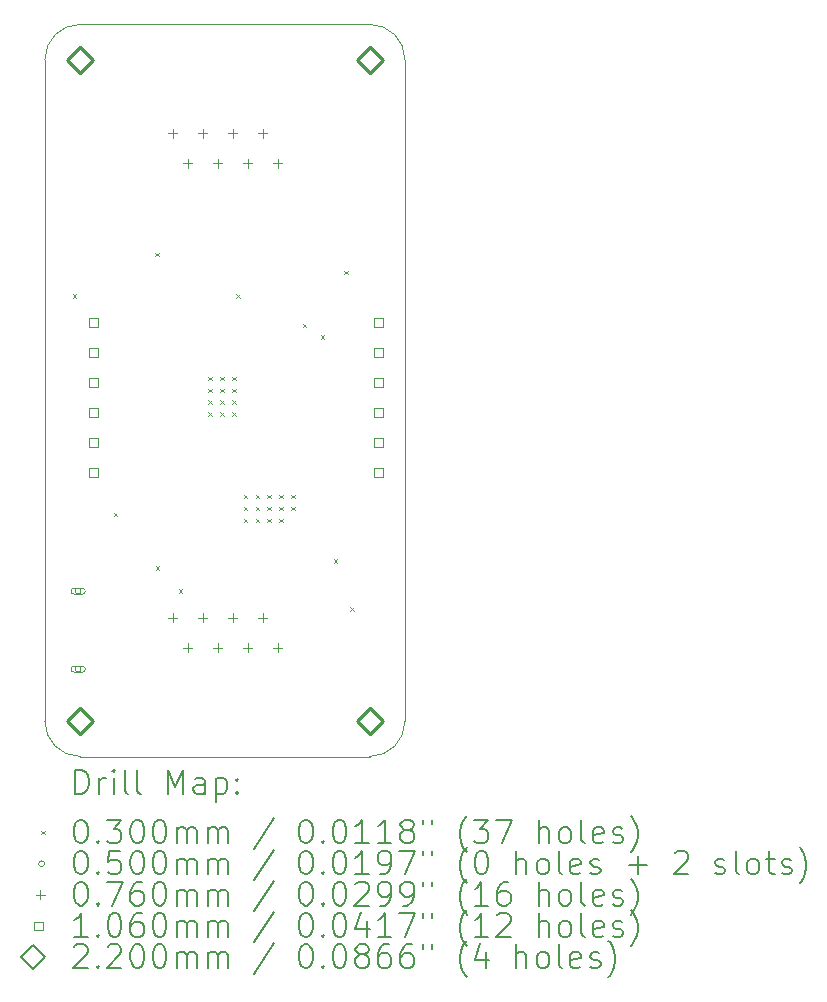
<source format=gbr>
%TF.GenerationSoftware,KiCad,Pcbnew,8.0.1-8.0.1-1~ubuntu22.04.1*%
%TF.CreationDate,2024-04-03T01:56:04-04:00*%
%TF.ProjectId,esp32_rover_devkit,65737033-325f-4726-9f76-65725f646576,rev?*%
%TF.SameCoordinates,Original*%
%TF.FileFunction,Drillmap*%
%TF.FilePolarity,Positive*%
%FSLAX45Y45*%
G04 Gerber Fmt 4.5, Leading zero omitted, Abs format (unit mm)*
G04 Created by KiCad (PCBNEW 8.0.1-8.0.1-1~ubuntu22.04.1) date 2024-04-03 01:56:04*
%MOMM*%
%LPD*%
G01*
G04 APERTURE LIST*
%ADD10C,0.050000*%
%ADD11C,0.200000*%
%ADD12C,0.100000*%
%ADD13C,0.106000*%
%ADD14C,0.220000*%
G04 APERTURE END LIST*
D10*
X4900000Y-7900000D02*
G75*
G02*
X4600000Y-8200000I-300000J0D01*
G01*
X2150000Y-8200000D02*
G75*
G02*
X1850000Y-7900000I0J300000D01*
G01*
X4900000Y-7900000D02*
X4900000Y-2300000D01*
X2150000Y-8200000D02*
X4600000Y-8200000D01*
X1850000Y-2300000D02*
X1850000Y-7900000D01*
X4600000Y-2000000D02*
G75*
G02*
X4900000Y-2300000I0J-300000D01*
G01*
X1850000Y-2300000D02*
G75*
G02*
X2150000Y-2000000I300000J0D01*
G01*
X4600000Y-2000000D02*
X2150000Y-2000000D01*
D11*
D12*
X2085000Y-4285000D02*
X2115000Y-4315000D01*
X2115000Y-4285000D02*
X2085000Y-4315000D01*
X2435000Y-6135000D02*
X2465000Y-6165000D01*
X2465000Y-6135000D02*
X2435000Y-6165000D01*
X2785000Y-3935000D02*
X2815000Y-3965000D01*
X2815000Y-3935000D02*
X2785000Y-3965000D01*
X2788750Y-6588750D02*
X2818750Y-6618750D01*
X2818750Y-6588750D02*
X2788750Y-6618750D01*
X2985000Y-6785000D02*
X3015000Y-6815000D01*
X3015000Y-6785000D02*
X2985000Y-6815000D01*
X3235000Y-4985000D02*
X3265000Y-5015000D01*
X3265000Y-4985000D02*
X3235000Y-5015000D01*
X3235000Y-5085000D02*
X3265000Y-5115000D01*
X3265000Y-5085000D02*
X3235000Y-5115000D01*
X3235000Y-5185000D02*
X3265000Y-5215000D01*
X3265000Y-5185000D02*
X3235000Y-5215000D01*
X3235000Y-5285000D02*
X3265000Y-5315000D01*
X3265000Y-5285000D02*
X3235000Y-5315000D01*
X3335000Y-4985000D02*
X3365000Y-5015000D01*
X3365000Y-4985000D02*
X3335000Y-5015000D01*
X3335000Y-5085000D02*
X3365000Y-5115000D01*
X3365000Y-5085000D02*
X3335000Y-5115000D01*
X3335000Y-5185000D02*
X3365000Y-5215000D01*
X3365000Y-5185000D02*
X3335000Y-5215000D01*
X3335000Y-5285000D02*
X3365000Y-5315000D01*
X3365000Y-5285000D02*
X3335000Y-5315000D01*
X3435000Y-4985000D02*
X3465000Y-5015000D01*
X3465000Y-4985000D02*
X3435000Y-5015000D01*
X3435000Y-5085000D02*
X3465000Y-5115000D01*
X3465000Y-5085000D02*
X3435000Y-5115000D01*
X3435000Y-5185000D02*
X3465000Y-5215000D01*
X3465000Y-5185000D02*
X3435000Y-5215000D01*
X3435000Y-5285000D02*
X3465000Y-5315000D01*
X3465000Y-5285000D02*
X3435000Y-5315000D01*
X3471180Y-4285645D02*
X3501180Y-4315645D01*
X3501180Y-4285645D02*
X3471180Y-4315645D01*
X3535000Y-5985000D02*
X3565000Y-6015000D01*
X3565000Y-5985000D02*
X3535000Y-6015000D01*
X3535000Y-6085000D02*
X3565000Y-6115000D01*
X3565000Y-6085000D02*
X3535000Y-6115000D01*
X3535000Y-6185000D02*
X3565000Y-6215000D01*
X3565000Y-6185000D02*
X3535000Y-6215000D01*
X3635000Y-5985000D02*
X3665000Y-6015000D01*
X3665000Y-5985000D02*
X3635000Y-6015000D01*
X3635000Y-6085000D02*
X3665000Y-6115000D01*
X3665000Y-6085000D02*
X3635000Y-6115000D01*
X3635000Y-6185000D02*
X3665000Y-6215000D01*
X3665000Y-6185000D02*
X3635000Y-6215000D01*
X3735000Y-5985000D02*
X3765000Y-6015000D01*
X3765000Y-5985000D02*
X3735000Y-6015000D01*
X3735000Y-6085000D02*
X3765000Y-6115000D01*
X3765000Y-6085000D02*
X3735000Y-6115000D01*
X3735000Y-6185000D02*
X3765000Y-6215000D01*
X3765000Y-6185000D02*
X3735000Y-6215000D01*
X3835000Y-5985000D02*
X3865000Y-6015000D01*
X3865000Y-5985000D02*
X3835000Y-6015000D01*
X3835000Y-6085000D02*
X3865000Y-6115000D01*
X3865000Y-6085000D02*
X3835000Y-6115000D01*
X3835000Y-6185000D02*
X3865000Y-6215000D01*
X3865000Y-6185000D02*
X3835000Y-6215000D01*
X3935000Y-5985000D02*
X3965000Y-6015000D01*
X3965000Y-5985000D02*
X3935000Y-6015000D01*
X3935000Y-6085000D02*
X3965000Y-6115000D01*
X3965000Y-6085000D02*
X3935000Y-6115000D01*
X4035000Y-4535000D02*
X4065000Y-4565000D01*
X4065000Y-4535000D02*
X4035000Y-4565000D01*
X4185000Y-4635000D02*
X4215000Y-4665000D01*
X4215000Y-4635000D02*
X4185000Y-4665000D01*
X4297210Y-6527910D02*
X4327210Y-6557910D01*
X4327210Y-6527910D02*
X4297210Y-6557910D01*
X4385000Y-4085000D02*
X4415000Y-4115000D01*
X4415000Y-4085000D02*
X4385000Y-4115000D01*
X4435000Y-6935000D02*
X4465000Y-6965000D01*
X4465000Y-6935000D02*
X4435000Y-6965000D01*
X2157500Y-6800000D02*
G75*
G02*
X2107500Y-6800000I-25000J0D01*
G01*
X2107500Y-6800000D02*
G75*
G02*
X2157500Y-6800000I25000J0D01*
G01*
X2097500Y-6825000D02*
X2167500Y-6825000D01*
X2167500Y-6775000D02*
G75*
G02*
X2167500Y-6825000I0J-25000D01*
G01*
X2167500Y-6775000D02*
X2097500Y-6775000D01*
X2097500Y-6775000D02*
G75*
G03*
X2097500Y-6825000I0J-25000D01*
G01*
X2157500Y-7460000D02*
G75*
G02*
X2107500Y-7460000I-25000J0D01*
G01*
X2107500Y-7460000D02*
G75*
G02*
X2157500Y-7460000I25000J0D01*
G01*
X2097500Y-7485000D02*
X2167500Y-7485000D01*
X2167500Y-7435000D02*
G75*
G02*
X2167500Y-7485000I0J-25000D01*
G01*
X2167500Y-7435000D02*
X2097500Y-7435000D01*
X2097500Y-7435000D02*
G75*
G03*
X2097500Y-7485000I0J-25000D01*
G01*
X2933900Y-2885000D02*
X2933900Y-2961000D01*
X2895900Y-2923000D02*
X2971900Y-2923000D01*
X2933900Y-6985000D02*
X2933900Y-7061000D01*
X2895900Y-7023000D02*
X2971900Y-7023000D01*
X3060900Y-3139000D02*
X3060900Y-3215000D01*
X3022900Y-3177000D02*
X3098900Y-3177000D01*
X3060900Y-7239000D02*
X3060900Y-7315000D01*
X3022900Y-7277000D02*
X3098900Y-7277000D01*
X3187900Y-2885000D02*
X3187900Y-2961000D01*
X3149900Y-2923000D02*
X3225900Y-2923000D01*
X3187900Y-6985000D02*
X3187900Y-7061000D01*
X3149900Y-7023000D02*
X3225900Y-7023000D01*
X3314900Y-3139000D02*
X3314900Y-3215000D01*
X3276900Y-3177000D02*
X3352900Y-3177000D01*
X3314900Y-7239000D02*
X3314900Y-7315000D01*
X3276900Y-7277000D02*
X3352900Y-7277000D01*
X3441900Y-2885000D02*
X3441900Y-2961000D01*
X3403900Y-2923000D02*
X3479900Y-2923000D01*
X3441900Y-6985000D02*
X3441900Y-7061000D01*
X3403900Y-7023000D02*
X3479900Y-7023000D01*
X3568900Y-3139000D02*
X3568900Y-3215000D01*
X3530900Y-3177000D02*
X3606900Y-3177000D01*
X3568900Y-7239000D02*
X3568900Y-7315000D01*
X3530900Y-7277000D02*
X3606900Y-7277000D01*
X3695900Y-2885000D02*
X3695900Y-2961000D01*
X3657900Y-2923000D02*
X3733900Y-2923000D01*
X3695900Y-6985000D02*
X3695900Y-7061000D01*
X3657900Y-7023000D02*
X3733900Y-7023000D01*
X3822900Y-3139000D02*
X3822900Y-3215000D01*
X3784900Y-3177000D02*
X3860900Y-3177000D01*
X3822900Y-7239000D02*
X3822900Y-7315000D01*
X3784900Y-7277000D02*
X3860900Y-7277000D01*
D13*
X2301477Y-4562477D02*
X2301477Y-4487523D01*
X2226523Y-4487523D01*
X2226523Y-4562477D01*
X2301477Y-4562477D01*
X2301477Y-4816477D02*
X2301477Y-4741523D01*
X2226523Y-4741523D01*
X2226523Y-4816477D01*
X2301477Y-4816477D01*
X2301477Y-5070477D02*
X2301477Y-4995523D01*
X2226523Y-4995523D01*
X2226523Y-5070477D01*
X2301477Y-5070477D01*
X2301477Y-5324477D02*
X2301477Y-5249523D01*
X2226523Y-5249523D01*
X2226523Y-5324477D01*
X2301477Y-5324477D01*
X2301477Y-5578477D02*
X2301477Y-5503523D01*
X2226523Y-5503523D01*
X2226523Y-5578477D01*
X2301477Y-5578477D01*
X2301477Y-5832477D02*
X2301477Y-5757523D01*
X2226523Y-5757523D01*
X2226523Y-5832477D01*
X2301477Y-5832477D01*
X4711477Y-4562477D02*
X4711477Y-4487523D01*
X4636523Y-4487523D01*
X4636523Y-4562477D01*
X4711477Y-4562477D01*
X4711477Y-4816477D02*
X4711477Y-4741523D01*
X4636523Y-4741523D01*
X4636523Y-4816477D01*
X4711477Y-4816477D01*
X4711477Y-5070477D02*
X4711477Y-4995523D01*
X4636523Y-4995523D01*
X4636523Y-5070477D01*
X4711477Y-5070477D01*
X4711477Y-5324477D02*
X4711477Y-5249523D01*
X4636523Y-5249523D01*
X4636523Y-5324477D01*
X4711477Y-5324477D01*
X4711477Y-5578477D02*
X4711477Y-5503523D01*
X4636523Y-5503523D01*
X4636523Y-5578477D01*
X4711477Y-5578477D01*
X4711477Y-5832477D02*
X4711477Y-5757523D01*
X4636523Y-5757523D01*
X4636523Y-5832477D01*
X4711477Y-5832477D01*
D14*
X2150000Y-2410000D02*
X2260000Y-2300000D01*
X2150000Y-2190000D01*
X2040000Y-2300000D01*
X2150000Y-2410000D01*
X2150000Y-8010000D02*
X2260000Y-7900000D01*
X2150000Y-7790000D01*
X2040000Y-7900000D01*
X2150000Y-8010000D01*
X4600000Y-2410000D02*
X4710000Y-2300000D01*
X4600000Y-2190000D01*
X4490000Y-2300000D01*
X4600000Y-2410000D01*
X4600000Y-8010000D02*
X4710000Y-7900000D01*
X4600000Y-7790000D01*
X4490000Y-7900000D01*
X4600000Y-8010000D01*
D11*
X2108277Y-8513984D02*
X2108277Y-8313984D01*
X2108277Y-8313984D02*
X2155896Y-8313984D01*
X2155896Y-8313984D02*
X2184467Y-8323508D01*
X2184467Y-8323508D02*
X2203515Y-8342555D01*
X2203515Y-8342555D02*
X2213039Y-8361603D01*
X2213039Y-8361603D02*
X2222563Y-8399698D01*
X2222563Y-8399698D02*
X2222563Y-8428270D01*
X2222563Y-8428270D02*
X2213039Y-8466365D01*
X2213039Y-8466365D02*
X2203515Y-8485412D01*
X2203515Y-8485412D02*
X2184467Y-8504460D01*
X2184467Y-8504460D02*
X2155896Y-8513984D01*
X2155896Y-8513984D02*
X2108277Y-8513984D01*
X2308277Y-8513984D02*
X2308277Y-8380650D01*
X2308277Y-8418746D02*
X2317801Y-8399698D01*
X2317801Y-8399698D02*
X2327324Y-8390174D01*
X2327324Y-8390174D02*
X2346372Y-8380650D01*
X2346372Y-8380650D02*
X2365420Y-8380650D01*
X2432086Y-8513984D02*
X2432086Y-8380650D01*
X2432086Y-8313984D02*
X2422563Y-8323508D01*
X2422563Y-8323508D02*
X2432086Y-8333031D01*
X2432086Y-8333031D02*
X2441610Y-8323508D01*
X2441610Y-8323508D02*
X2432086Y-8313984D01*
X2432086Y-8313984D02*
X2432086Y-8333031D01*
X2555896Y-8513984D02*
X2536848Y-8504460D01*
X2536848Y-8504460D02*
X2527324Y-8485412D01*
X2527324Y-8485412D02*
X2527324Y-8313984D01*
X2660658Y-8513984D02*
X2641610Y-8504460D01*
X2641610Y-8504460D02*
X2632086Y-8485412D01*
X2632086Y-8485412D02*
X2632086Y-8313984D01*
X2889229Y-8513984D02*
X2889229Y-8313984D01*
X2889229Y-8313984D02*
X2955896Y-8456841D01*
X2955896Y-8456841D02*
X3022562Y-8313984D01*
X3022562Y-8313984D02*
X3022562Y-8513984D01*
X3203515Y-8513984D02*
X3203515Y-8409222D01*
X3203515Y-8409222D02*
X3193991Y-8390174D01*
X3193991Y-8390174D02*
X3174943Y-8380650D01*
X3174943Y-8380650D02*
X3136848Y-8380650D01*
X3136848Y-8380650D02*
X3117801Y-8390174D01*
X3203515Y-8504460D02*
X3184467Y-8513984D01*
X3184467Y-8513984D02*
X3136848Y-8513984D01*
X3136848Y-8513984D02*
X3117801Y-8504460D01*
X3117801Y-8504460D02*
X3108277Y-8485412D01*
X3108277Y-8485412D02*
X3108277Y-8466365D01*
X3108277Y-8466365D02*
X3117801Y-8447317D01*
X3117801Y-8447317D02*
X3136848Y-8437793D01*
X3136848Y-8437793D02*
X3184467Y-8437793D01*
X3184467Y-8437793D02*
X3203515Y-8428270D01*
X3298753Y-8380650D02*
X3298753Y-8580650D01*
X3298753Y-8390174D02*
X3317801Y-8380650D01*
X3317801Y-8380650D02*
X3355896Y-8380650D01*
X3355896Y-8380650D02*
X3374943Y-8390174D01*
X3374943Y-8390174D02*
X3384467Y-8399698D01*
X3384467Y-8399698D02*
X3393991Y-8418746D01*
X3393991Y-8418746D02*
X3393991Y-8475889D01*
X3393991Y-8475889D02*
X3384467Y-8494936D01*
X3384467Y-8494936D02*
X3374943Y-8504460D01*
X3374943Y-8504460D02*
X3355896Y-8513984D01*
X3355896Y-8513984D02*
X3317801Y-8513984D01*
X3317801Y-8513984D02*
X3298753Y-8504460D01*
X3479705Y-8494936D02*
X3489229Y-8504460D01*
X3489229Y-8504460D02*
X3479705Y-8513984D01*
X3479705Y-8513984D02*
X3470182Y-8504460D01*
X3470182Y-8504460D02*
X3479705Y-8494936D01*
X3479705Y-8494936D02*
X3479705Y-8513984D01*
X3479705Y-8390174D02*
X3489229Y-8399698D01*
X3489229Y-8399698D02*
X3479705Y-8409222D01*
X3479705Y-8409222D02*
X3470182Y-8399698D01*
X3470182Y-8399698D02*
X3479705Y-8390174D01*
X3479705Y-8390174D02*
X3479705Y-8409222D01*
D12*
X1817500Y-8827500D02*
X1847500Y-8857500D01*
X1847500Y-8827500D02*
X1817500Y-8857500D01*
D11*
X2146372Y-8733984D02*
X2165420Y-8733984D01*
X2165420Y-8733984D02*
X2184467Y-8743508D01*
X2184467Y-8743508D02*
X2193991Y-8753031D01*
X2193991Y-8753031D02*
X2203515Y-8772079D01*
X2203515Y-8772079D02*
X2213039Y-8810174D01*
X2213039Y-8810174D02*
X2213039Y-8857793D01*
X2213039Y-8857793D02*
X2203515Y-8895889D01*
X2203515Y-8895889D02*
X2193991Y-8914936D01*
X2193991Y-8914936D02*
X2184467Y-8924460D01*
X2184467Y-8924460D02*
X2165420Y-8933984D01*
X2165420Y-8933984D02*
X2146372Y-8933984D01*
X2146372Y-8933984D02*
X2127324Y-8924460D01*
X2127324Y-8924460D02*
X2117801Y-8914936D01*
X2117801Y-8914936D02*
X2108277Y-8895889D01*
X2108277Y-8895889D02*
X2098753Y-8857793D01*
X2098753Y-8857793D02*
X2098753Y-8810174D01*
X2098753Y-8810174D02*
X2108277Y-8772079D01*
X2108277Y-8772079D02*
X2117801Y-8753031D01*
X2117801Y-8753031D02*
X2127324Y-8743508D01*
X2127324Y-8743508D02*
X2146372Y-8733984D01*
X2298753Y-8914936D02*
X2308277Y-8924460D01*
X2308277Y-8924460D02*
X2298753Y-8933984D01*
X2298753Y-8933984D02*
X2289229Y-8924460D01*
X2289229Y-8924460D02*
X2298753Y-8914936D01*
X2298753Y-8914936D02*
X2298753Y-8933984D01*
X2374944Y-8733984D02*
X2498753Y-8733984D01*
X2498753Y-8733984D02*
X2432086Y-8810174D01*
X2432086Y-8810174D02*
X2460658Y-8810174D01*
X2460658Y-8810174D02*
X2479705Y-8819698D01*
X2479705Y-8819698D02*
X2489229Y-8829222D01*
X2489229Y-8829222D02*
X2498753Y-8848270D01*
X2498753Y-8848270D02*
X2498753Y-8895889D01*
X2498753Y-8895889D02*
X2489229Y-8914936D01*
X2489229Y-8914936D02*
X2479705Y-8924460D01*
X2479705Y-8924460D02*
X2460658Y-8933984D01*
X2460658Y-8933984D02*
X2403515Y-8933984D01*
X2403515Y-8933984D02*
X2384467Y-8924460D01*
X2384467Y-8924460D02*
X2374944Y-8914936D01*
X2622563Y-8733984D02*
X2641610Y-8733984D01*
X2641610Y-8733984D02*
X2660658Y-8743508D01*
X2660658Y-8743508D02*
X2670182Y-8753031D01*
X2670182Y-8753031D02*
X2679705Y-8772079D01*
X2679705Y-8772079D02*
X2689229Y-8810174D01*
X2689229Y-8810174D02*
X2689229Y-8857793D01*
X2689229Y-8857793D02*
X2679705Y-8895889D01*
X2679705Y-8895889D02*
X2670182Y-8914936D01*
X2670182Y-8914936D02*
X2660658Y-8924460D01*
X2660658Y-8924460D02*
X2641610Y-8933984D01*
X2641610Y-8933984D02*
X2622563Y-8933984D01*
X2622563Y-8933984D02*
X2603515Y-8924460D01*
X2603515Y-8924460D02*
X2593991Y-8914936D01*
X2593991Y-8914936D02*
X2584467Y-8895889D01*
X2584467Y-8895889D02*
X2574944Y-8857793D01*
X2574944Y-8857793D02*
X2574944Y-8810174D01*
X2574944Y-8810174D02*
X2584467Y-8772079D01*
X2584467Y-8772079D02*
X2593991Y-8753031D01*
X2593991Y-8753031D02*
X2603515Y-8743508D01*
X2603515Y-8743508D02*
X2622563Y-8733984D01*
X2813039Y-8733984D02*
X2832086Y-8733984D01*
X2832086Y-8733984D02*
X2851134Y-8743508D01*
X2851134Y-8743508D02*
X2860658Y-8753031D01*
X2860658Y-8753031D02*
X2870182Y-8772079D01*
X2870182Y-8772079D02*
X2879705Y-8810174D01*
X2879705Y-8810174D02*
X2879705Y-8857793D01*
X2879705Y-8857793D02*
X2870182Y-8895889D01*
X2870182Y-8895889D02*
X2860658Y-8914936D01*
X2860658Y-8914936D02*
X2851134Y-8924460D01*
X2851134Y-8924460D02*
X2832086Y-8933984D01*
X2832086Y-8933984D02*
X2813039Y-8933984D01*
X2813039Y-8933984D02*
X2793991Y-8924460D01*
X2793991Y-8924460D02*
X2784467Y-8914936D01*
X2784467Y-8914936D02*
X2774944Y-8895889D01*
X2774944Y-8895889D02*
X2765420Y-8857793D01*
X2765420Y-8857793D02*
X2765420Y-8810174D01*
X2765420Y-8810174D02*
X2774944Y-8772079D01*
X2774944Y-8772079D02*
X2784467Y-8753031D01*
X2784467Y-8753031D02*
X2793991Y-8743508D01*
X2793991Y-8743508D02*
X2813039Y-8733984D01*
X2965420Y-8933984D02*
X2965420Y-8800650D01*
X2965420Y-8819698D02*
X2974943Y-8810174D01*
X2974943Y-8810174D02*
X2993991Y-8800650D01*
X2993991Y-8800650D02*
X3022563Y-8800650D01*
X3022563Y-8800650D02*
X3041610Y-8810174D01*
X3041610Y-8810174D02*
X3051134Y-8829222D01*
X3051134Y-8829222D02*
X3051134Y-8933984D01*
X3051134Y-8829222D02*
X3060658Y-8810174D01*
X3060658Y-8810174D02*
X3079705Y-8800650D01*
X3079705Y-8800650D02*
X3108277Y-8800650D01*
X3108277Y-8800650D02*
X3127324Y-8810174D01*
X3127324Y-8810174D02*
X3136848Y-8829222D01*
X3136848Y-8829222D02*
X3136848Y-8933984D01*
X3232086Y-8933984D02*
X3232086Y-8800650D01*
X3232086Y-8819698D02*
X3241610Y-8810174D01*
X3241610Y-8810174D02*
X3260658Y-8800650D01*
X3260658Y-8800650D02*
X3289229Y-8800650D01*
X3289229Y-8800650D02*
X3308277Y-8810174D01*
X3308277Y-8810174D02*
X3317801Y-8829222D01*
X3317801Y-8829222D02*
X3317801Y-8933984D01*
X3317801Y-8829222D02*
X3327324Y-8810174D01*
X3327324Y-8810174D02*
X3346372Y-8800650D01*
X3346372Y-8800650D02*
X3374943Y-8800650D01*
X3374943Y-8800650D02*
X3393991Y-8810174D01*
X3393991Y-8810174D02*
X3403515Y-8829222D01*
X3403515Y-8829222D02*
X3403515Y-8933984D01*
X3793991Y-8724460D02*
X3622563Y-8981603D01*
X4051134Y-8733984D02*
X4070182Y-8733984D01*
X4070182Y-8733984D02*
X4089229Y-8743508D01*
X4089229Y-8743508D02*
X4098753Y-8753031D01*
X4098753Y-8753031D02*
X4108277Y-8772079D01*
X4108277Y-8772079D02*
X4117801Y-8810174D01*
X4117801Y-8810174D02*
X4117801Y-8857793D01*
X4117801Y-8857793D02*
X4108277Y-8895889D01*
X4108277Y-8895889D02*
X4098753Y-8914936D01*
X4098753Y-8914936D02*
X4089229Y-8924460D01*
X4089229Y-8924460D02*
X4070182Y-8933984D01*
X4070182Y-8933984D02*
X4051134Y-8933984D01*
X4051134Y-8933984D02*
X4032086Y-8924460D01*
X4032086Y-8924460D02*
X4022563Y-8914936D01*
X4022563Y-8914936D02*
X4013039Y-8895889D01*
X4013039Y-8895889D02*
X4003515Y-8857793D01*
X4003515Y-8857793D02*
X4003515Y-8810174D01*
X4003515Y-8810174D02*
X4013039Y-8772079D01*
X4013039Y-8772079D02*
X4022563Y-8753031D01*
X4022563Y-8753031D02*
X4032086Y-8743508D01*
X4032086Y-8743508D02*
X4051134Y-8733984D01*
X4203515Y-8914936D02*
X4213039Y-8924460D01*
X4213039Y-8924460D02*
X4203515Y-8933984D01*
X4203515Y-8933984D02*
X4193991Y-8924460D01*
X4193991Y-8924460D02*
X4203515Y-8914936D01*
X4203515Y-8914936D02*
X4203515Y-8933984D01*
X4336848Y-8733984D02*
X4355896Y-8733984D01*
X4355896Y-8733984D02*
X4374944Y-8743508D01*
X4374944Y-8743508D02*
X4384468Y-8753031D01*
X4384468Y-8753031D02*
X4393991Y-8772079D01*
X4393991Y-8772079D02*
X4403515Y-8810174D01*
X4403515Y-8810174D02*
X4403515Y-8857793D01*
X4403515Y-8857793D02*
X4393991Y-8895889D01*
X4393991Y-8895889D02*
X4384468Y-8914936D01*
X4384468Y-8914936D02*
X4374944Y-8924460D01*
X4374944Y-8924460D02*
X4355896Y-8933984D01*
X4355896Y-8933984D02*
X4336848Y-8933984D01*
X4336848Y-8933984D02*
X4317801Y-8924460D01*
X4317801Y-8924460D02*
X4308277Y-8914936D01*
X4308277Y-8914936D02*
X4298753Y-8895889D01*
X4298753Y-8895889D02*
X4289229Y-8857793D01*
X4289229Y-8857793D02*
X4289229Y-8810174D01*
X4289229Y-8810174D02*
X4298753Y-8772079D01*
X4298753Y-8772079D02*
X4308277Y-8753031D01*
X4308277Y-8753031D02*
X4317801Y-8743508D01*
X4317801Y-8743508D02*
X4336848Y-8733984D01*
X4593991Y-8933984D02*
X4479706Y-8933984D01*
X4536848Y-8933984D02*
X4536848Y-8733984D01*
X4536848Y-8733984D02*
X4517801Y-8762555D01*
X4517801Y-8762555D02*
X4498753Y-8781603D01*
X4498753Y-8781603D02*
X4479706Y-8791127D01*
X4784468Y-8933984D02*
X4670182Y-8933984D01*
X4727325Y-8933984D02*
X4727325Y-8733984D01*
X4727325Y-8733984D02*
X4708277Y-8762555D01*
X4708277Y-8762555D02*
X4689229Y-8781603D01*
X4689229Y-8781603D02*
X4670182Y-8791127D01*
X4898753Y-8819698D02*
X4879706Y-8810174D01*
X4879706Y-8810174D02*
X4870182Y-8800650D01*
X4870182Y-8800650D02*
X4860658Y-8781603D01*
X4860658Y-8781603D02*
X4860658Y-8772079D01*
X4860658Y-8772079D02*
X4870182Y-8753031D01*
X4870182Y-8753031D02*
X4879706Y-8743508D01*
X4879706Y-8743508D02*
X4898753Y-8733984D01*
X4898753Y-8733984D02*
X4936849Y-8733984D01*
X4936849Y-8733984D02*
X4955896Y-8743508D01*
X4955896Y-8743508D02*
X4965420Y-8753031D01*
X4965420Y-8753031D02*
X4974944Y-8772079D01*
X4974944Y-8772079D02*
X4974944Y-8781603D01*
X4974944Y-8781603D02*
X4965420Y-8800650D01*
X4965420Y-8800650D02*
X4955896Y-8810174D01*
X4955896Y-8810174D02*
X4936849Y-8819698D01*
X4936849Y-8819698D02*
X4898753Y-8819698D01*
X4898753Y-8819698D02*
X4879706Y-8829222D01*
X4879706Y-8829222D02*
X4870182Y-8838746D01*
X4870182Y-8838746D02*
X4860658Y-8857793D01*
X4860658Y-8857793D02*
X4860658Y-8895889D01*
X4860658Y-8895889D02*
X4870182Y-8914936D01*
X4870182Y-8914936D02*
X4879706Y-8924460D01*
X4879706Y-8924460D02*
X4898753Y-8933984D01*
X4898753Y-8933984D02*
X4936849Y-8933984D01*
X4936849Y-8933984D02*
X4955896Y-8924460D01*
X4955896Y-8924460D02*
X4965420Y-8914936D01*
X4965420Y-8914936D02*
X4974944Y-8895889D01*
X4974944Y-8895889D02*
X4974944Y-8857793D01*
X4974944Y-8857793D02*
X4965420Y-8838746D01*
X4965420Y-8838746D02*
X4955896Y-8829222D01*
X4955896Y-8829222D02*
X4936849Y-8819698D01*
X5051134Y-8733984D02*
X5051134Y-8772079D01*
X5127325Y-8733984D02*
X5127325Y-8772079D01*
X5422563Y-9010174D02*
X5413039Y-9000650D01*
X5413039Y-9000650D02*
X5393991Y-8972079D01*
X5393991Y-8972079D02*
X5384468Y-8953031D01*
X5384468Y-8953031D02*
X5374944Y-8924460D01*
X5374944Y-8924460D02*
X5365420Y-8876841D01*
X5365420Y-8876841D02*
X5365420Y-8838746D01*
X5365420Y-8838746D02*
X5374944Y-8791127D01*
X5374944Y-8791127D02*
X5384468Y-8762555D01*
X5384468Y-8762555D02*
X5393991Y-8743508D01*
X5393991Y-8743508D02*
X5413039Y-8714936D01*
X5413039Y-8714936D02*
X5422563Y-8705412D01*
X5479706Y-8733984D02*
X5603515Y-8733984D01*
X5603515Y-8733984D02*
X5536849Y-8810174D01*
X5536849Y-8810174D02*
X5565420Y-8810174D01*
X5565420Y-8810174D02*
X5584468Y-8819698D01*
X5584468Y-8819698D02*
X5593991Y-8829222D01*
X5593991Y-8829222D02*
X5603515Y-8848270D01*
X5603515Y-8848270D02*
X5603515Y-8895889D01*
X5603515Y-8895889D02*
X5593991Y-8914936D01*
X5593991Y-8914936D02*
X5584468Y-8924460D01*
X5584468Y-8924460D02*
X5565420Y-8933984D01*
X5565420Y-8933984D02*
X5508277Y-8933984D01*
X5508277Y-8933984D02*
X5489230Y-8924460D01*
X5489230Y-8924460D02*
X5479706Y-8914936D01*
X5670182Y-8733984D02*
X5803515Y-8733984D01*
X5803515Y-8733984D02*
X5717801Y-8933984D01*
X6032087Y-8933984D02*
X6032087Y-8733984D01*
X6117801Y-8933984D02*
X6117801Y-8829222D01*
X6117801Y-8829222D02*
X6108277Y-8810174D01*
X6108277Y-8810174D02*
X6089230Y-8800650D01*
X6089230Y-8800650D02*
X6060658Y-8800650D01*
X6060658Y-8800650D02*
X6041610Y-8810174D01*
X6041610Y-8810174D02*
X6032087Y-8819698D01*
X6241610Y-8933984D02*
X6222563Y-8924460D01*
X6222563Y-8924460D02*
X6213039Y-8914936D01*
X6213039Y-8914936D02*
X6203515Y-8895889D01*
X6203515Y-8895889D02*
X6203515Y-8838746D01*
X6203515Y-8838746D02*
X6213039Y-8819698D01*
X6213039Y-8819698D02*
X6222563Y-8810174D01*
X6222563Y-8810174D02*
X6241610Y-8800650D01*
X6241610Y-8800650D02*
X6270182Y-8800650D01*
X6270182Y-8800650D02*
X6289230Y-8810174D01*
X6289230Y-8810174D02*
X6298753Y-8819698D01*
X6298753Y-8819698D02*
X6308277Y-8838746D01*
X6308277Y-8838746D02*
X6308277Y-8895889D01*
X6308277Y-8895889D02*
X6298753Y-8914936D01*
X6298753Y-8914936D02*
X6289230Y-8924460D01*
X6289230Y-8924460D02*
X6270182Y-8933984D01*
X6270182Y-8933984D02*
X6241610Y-8933984D01*
X6422563Y-8933984D02*
X6403515Y-8924460D01*
X6403515Y-8924460D02*
X6393991Y-8905412D01*
X6393991Y-8905412D02*
X6393991Y-8733984D01*
X6574944Y-8924460D02*
X6555896Y-8933984D01*
X6555896Y-8933984D02*
X6517801Y-8933984D01*
X6517801Y-8933984D02*
X6498753Y-8924460D01*
X6498753Y-8924460D02*
X6489230Y-8905412D01*
X6489230Y-8905412D02*
X6489230Y-8829222D01*
X6489230Y-8829222D02*
X6498753Y-8810174D01*
X6498753Y-8810174D02*
X6517801Y-8800650D01*
X6517801Y-8800650D02*
X6555896Y-8800650D01*
X6555896Y-8800650D02*
X6574944Y-8810174D01*
X6574944Y-8810174D02*
X6584468Y-8829222D01*
X6584468Y-8829222D02*
X6584468Y-8848270D01*
X6584468Y-8848270D02*
X6489230Y-8867317D01*
X6660658Y-8924460D02*
X6679706Y-8933984D01*
X6679706Y-8933984D02*
X6717801Y-8933984D01*
X6717801Y-8933984D02*
X6736849Y-8924460D01*
X6736849Y-8924460D02*
X6746372Y-8905412D01*
X6746372Y-8905412D02*
X6746372Y-8895889D01*
X6746372Y-8895889D02*
X6736849Y-8876841D01*
X6736849Y-8876841D02*
X6717801Y-8867317D01*
X6717801Y-8867317D02*
X6689230Y-8867317D01*
X6689230Y-8867317D02*
X6670182Y-8857793D01*
X6670182Y-8857793D02*
X6660658Y-8838746D01*
X6660658Y-8838746D02*
X6660658Y-8829222D01*
X6660658Y-8829222D02*
X6670182Y-8810174D01*
X6670182Y-8810174D02*
X6689230Y-8800650D01*
X6689230Y-8800650D02*
X6717801Y-8800650D01*
X6717801Y-8800650D02*
X6736849Y-8810174D01*
X6813039Y-9010174D02*
X6822563Y-9000650D01*
X6822563Y-9000650D02*
X6841611Y-8972079D01*
X6841611Y-8972079D02*
X6851134Y-8953031D01*
X6851134Y-8953031D02*
X6860658Y-8924460D01*
X6860658Y-8924460D02*
X6870182Y-8876841D01*
X6870182Y-8876841D02*
X6870182Y-8838746D01*
X6870182Y-8838746D02*
X6860658Y-8791127D01*
X6860658Y-8791127D02*
X6851134Y-8762555D01*
X6851134Y-8762555D02*
X6841611Y-8743508D01*
X6841611Y-8743508D02*
X6822563Y-8714936D01*
X6822563Y-8714936D02*
X6813039Y-8705412D01*
D12*
X1847500Y-9106500D02*
G75*
G02*
X1797500Y-9106500I-25000J0D01*
G01*
X1797500Y-9106500D02*
G75*
G02*
X1847500Y-9106500I25000J0D01*
G01*
D11*
X2146372Y-8997984D02*
X2165420Y-8997984D01*
X2165420Y-8997984D02*
X2184467Y-9007508D01*
X2184467Y-9007508D02*
X2193991Y-9017031D01*
X2193991Y-9017031D02*
X2203515Y-9036079D01*
X2203515Y-9036079D02*
X2213039Y-9074174D01*
X2213039Y-9074174D02*
X2213039Y-9121793D01*
X2213039Y-9121793D02*
X2203515Y-9159889D01*
X2203515Y-9159889D02*
X2193991Y-9178936D01*
X2193991Y-9178936D02*
X2184467Y-9188460D01*
X2184467Y-9188460D02*
X2165420Y-9197984D01*
X2165420Y-9197984D02*
X2146372Y-9197984D01*
X2146372Y-9197984D02*
X2127324Y-9188460D01*
X2127324Y-9188460D02*
X2117801Y-9178936D01*
X2117801Y-9178936D02*
X2108277Y-9159889D01*
X2108277Y-9159889D02*
X2098753Y-9121793D01*
X2098753Y-9121793D02*
X2098753Y-9074174D01*
X2098753Y-9074174D02*
X2108277Y-9036079D01*
X2108277Y-9036079D02*
X2117801Y-9017031D01*
X2117801Y-9017031D02*
X2127324Y-9007508D01*
X2127324Y-9007508D02*
X2146372Y-8997984D01*
X2298753Y-9178936D02*
X2308277Y-9188460D01*
X2308277Y-9188460D02*
X2298753Y-9197984D01*
X2298753Y-9197984D02*
X2289229Y-9188460D01*
X2289229Y-9188460D02*
X2298753Y-9178936D01*
X2298753Y-9178936D02*
X2298753Y-9197984D01*
X2489229Y-8997984D02*
X2393991Y-8997984D01*
X2393991Y-8997984D02*
X2384467Y-9093222D01*
X2384467Y-9093222D02*
X2393991Y-9083698D01*
X2393991Y-9083698D02*
X2413039Y-9074174D01*
X2413039Y-9074174D02*
X2460658Y-9074174D01*
X2460658Y-9074174D02*
X2479705Y-9083698D01*
X2479705Y-9083698D02*
X2489229Y-9093222D01*
X2489229Y-9093222D02*
X2498753Y-9112270D01*
X2498753Y-9112270D02*
X2498753Y-9159889D01*
X2498753Y-9159889D02*
X2489229Y-9178936D01*
X2489229Y-9178936D02*
X2479705Y-9188460D01*
X2479705Y-9188460D02*
X2460658Y-9197984D01*
X2460658Y-9197984D02*
X2413039Y-9197984D01*
X2413039Y-9197984D02*
X2393991Y-9188460D01*
X2393991Y-9188460D02*
X2384467Y-9178936D01*
X2622563Y-8997984D02*
X2641610Y-8997984D01*
X2641610Y-8997984D02*
X2660658Y-9007508D01*
X2660658Y-9007508D02*
X2670182Y-9017031D01*
X2670182Y-9017031D02*
X2679705Y-9036079D01*
X2679705Y-9036079D02*
X2689229Y-9074174D01*
X2689229Y-9074174D02*
X2689229Y-9121793D01*
X2689229Y-9121793D02*
X2679705Y-9159889D01*
X2679705Y-9159889D02*
X2670182Y-9178936D01*
X2670182Y-9178936D02*
X2660658Y-9188460D01*
X2660658Y-9188460D02*
X2641610Y-9197984D01*
X2641610Y-9197984D02*
X2622563Y-9197984D01*
X2622563Y-9197984D02*
X2603515Y-9188460D01*
X2603515Y-9188460D02*
X2593991Y-9178936D01*
X2593991Y-9178936D02*
X2584467Y-9159889D01*
X2584467Y-9159889D02*
X2574944Y-9121793D01*
X2574944Y-9121793D02*
X2574944Y-9074174D01*
X2574944Y-9074174D02*
X2584467Y-9036079D01*
X2584467Y-9036079D02*
X2593991Y-9017031D01*
X2593991Y-9017031D02*
X2603515Y-9007508D01*
X2603515Y-9007508D02*
X2622563Y-8997984D01*
X2813039Y-8997984D02*
X2832086Y-8997984D01*
X2832086Y-8997984D02*
X2851134Y-9007508D01*
X2851134Y-9007508D02*
X2860658Y-9017031D01*
X2860658Y-9017031D02*
X2870182Y-9036079D01*
X2870182Y-9036079D02*
X2879705Y-9074174D01*
X2879705Y-9074174D02*
X2879705Y-9121793D01*
X2879705Y-9121793D02*
X2870182Y-9159889D01*
X2870182Y-9159889D02*
X2860658Y-9178936D01*
X2860658Y-9178936D02*
X2851134Y-9188460D01*
X2851134Y-9188460D02*
X2832086Y-9197984D01*
X2832086Y-9197984D02*
X2813039Y-9197984D01*
X2813039Y-9197984D02*
X2793991Y-9188460D01*
X2793991Y-9188460D02*
X2784467Y-9178936D01*
X2784467Y-9178936D02*
X2774944Y-9159889D01*
X2774944Y-9159889D02*
X2765420Y-9121793D01*
X2765420Y-9121793D02*
X2765420Y-9074174D01*
X2765420Y-9074174D02*
X2774944Y-9036079D01*
X2774944Y-9036079D02*
X2784467Y-9017031D01*
X2784467Y-9017031D02*
X2793991Y-9007508D01*
X2793991Y-9007508D02*
X2813039Y-8997984D01*
X2965420Y-9197984D02*
X2965420Y-9064650D01*
X2965420Y-9083698D02*
X2974943Y-9074174D01*
X2974943Y-9074174D02*
X2993991Y-9064650D01*
X2993991Y-9064650D02*
X3022563Y-9064650D01*
X3022563Y-9064650D02*
X3041610Y-9074174D01*
X3041610Y-9074174D02*
X3051134Y-9093222D01*
X3051134Y-9093222D02*
X3051134Y-9197984D01*
X3051134Y-9093222D02*
X3060658Y-9074174D01*
X3060658Y-9074174D02*
X3079705Y-9064650D01*
X3079705Y-9064650D02*
X3108277Y-9064650D01*
X3108277Y-9064650D02*
X3127324Y-9074174D01*
X3127324Y-9074174D02*
X3136848Y-9093222D01*
X3136848Y-9093222D02*
X3136848Y-9197984D01*
X3232086Y-9197984D02*
X3232086Y-9064650D01*
X3232086Y-9083698D02*
X3241610Y-9074174D01*
X3241610Y-9074174D02*
X3260658Y-9064650D01*
X3260658Y-9064650D02*
X3289229Y-9064650D01*
X3289229Y-9064650D02*
X3308277Y-9074174D01*
X3308277Y-9074174D02*
X3317801Y-9093222D01*
X3317801Y-9093222D02*
X3317801Y-9197984D01*
X3317801Y-9093222D02*
X3327324Y-9074174D01*
X3327324Y-9074174D02*
X3346372Y-9064650D01*
X3346372Y-9064650D02*
X3374943Y-9064650D01*
X3374943Y-9064650D02*
X3393991Y-9074174D01*
X3393991Y-9074174D02*
X3403515Y-9093222D01*
X3403515Y-9093222D02*
X3403515Y-9197984D01*
X3793991Y-8988460D02*
X3622563Y-9245603D01*
X4051134Y-8997984D02*
X4070182Y-8997984D01*
X4070182Y-8997984D02*
X4089229Y-9007508D01*
X4089229Y-9007508D02*
X4098753Y-9017031D01*
X4098753Y-9017031D02*
X4108277Y-9036079D01*
X4108277Y-9036079D02*
X4117801Y-9074174D01*
X4117801Y-9074174D02*
X4117801Y-9121793D01*
X4117801Y-9121793D02*
X4108277Y-9159889D01*
X4108277Y-9159889D02*
X4098753Y-9178936D01*
X4098753Y-9178936D02*
X4089229Y-9188460D01*
X4089229Y-9188460D02*
X4070182Y-9197984D01*
X4070182Y-9197984D02*
X4051134Y-9197984D01*
X4051134Y-9197984D02*
X4032086Y-9188460D01*
X4032086Y-9188460D02*
X4022563Y-9178936D01*
X4022563Y-9178936D02*
X4013039Y-9159889D01*
X4013039Y-9159889D02*
X4003515Y-9121793D01*
X4003515Y-9121793D02*
X4003515Y-9074174D01*
X4003515Y-9074174D02*
X4013039Y-9036079D01*
X4013039Y-9036079D02*
X4022563Y-9017031D01*
X4022563Y-9017031D02*
X4032086Y-9007508D01*
X4032086Y-9007508D02*
X4051134Y-8997984D01*
X4203515Y-9178936D02*
X4213039Y-9188460D01*
X4213039Y-9188460D02*
X4203515Y-9197984D01*
X4203515Y-9197984D02*
X4193991Y-9188460D01*
X4193991Y-9188460D02*
X4203515Y-9178936D01*
X4203515Y-9178936D02*
X4203515Y-9197984D01*
X4336848Y-8997984D02*
X4355896Y-8997984D01*
X4355896Y-8997984D02*
X4374944Y-9007508D01*
X4374944Y-9007508D02*
X4384468Y-9017031D01*
X4384468Y-9017031D02*
X4393991Y-9036079D01*
X4393991Y-9036079D02*
X4403515Y-9074174D01*
X4403515Y-9074174D02*
X4403515Y-9121793D01*
X4403515Y-9121793D02*
X4393991Y-9159889D01*
X4393991Y-9159889D02*
X4384468Y-9178936D01*
X4384468Y-9178936D02*
X4374944Y-9188460D01*
X4374944Y-9188460D02*
X4355896Y-9197984D01*
X4355896Y-9197984D02*
X4336848Y-9197984D01*
X4336848Y-9197984D02*
X4317801Y-9188460D01*
X4317801Y-9188460D02*
X4308277Y-9178936D01*
X4308277Y-9178936D02*
X4298753Y-9159889D01*
X4298753Y-9159889D02*
X4289229Y-9121793D01*
X4289229Y-9121793D02*
X4289229Y-9074174D01*
X4289229Y-9074174D02*
X4298753Y-9036079D01*
X4298753Y-9036079D02*
X4308277Y-9017031D01*
X4308277Y-9017031D02*
X4317801Y-9007508D01*
X4317801Y-9007508D02*
X4336848Y-8997984D01*
X4593991Y-9197984D02*
X4479706Y-9197984D01*
X4536848Y-9197984D02*
X4536848Y-8997984D01*
X4536848Y-8997984D02*
X4517801Y-9026555D01*
X4517801Y-9026555D02*
X4498753Y-9045603D01*
X4498753Y-9045603D02*
X4479706Y-9055127D01*
X4689229Y-9197984D02*
X4727325Y-9197984D01*
X4727325Y-9197984D02*
X4746372Y-9188460D01*
X4746372Y-9188460D02*
X4755896Y-9178936D01*
X4755896Y-9178936D02*
X4774944Y-9150365D01*
X4774944Y-9150365D02*
X4784468Y-9112270D01*
X4784468Y-9112270D02*
X4784468Y-9036079D01*
X4784468Y-9036079D02*
X4774944Y-9017031D01*
X4774944Y-9017031D02*
X4765420Y-9007508D01*
X4765420Y-9007508D02*
X4746372Y-8997984D01*
X4746372Y-8997984D02*
X4708277Y-8997984D01*
X4708277Y-8997984D02*
X4689229Y-9007508D01*
X4689229Y-9007508D02*
X4679706Y-9017031D01*
X4679706Y-9017031D02*
X4670182Y-9036079D01*
X4670182Y-9036079D02*
X4670182Y-9083698D01*
X4670182Y-9083698D02*
X4679706Y-9102746D01*
X4679706Y-9102746D02*
X4689229Y-9112270D01*
X4689229Y-9112270D02*
X4708277Y-9121793D01*
X4708277Y-9121793D02*
X4746372Y-9121793D01*
X4746372Y-9121793D02*
X4765420Y-9112270D01*
X4765420Y-9112270D02*
X4774944Y-9102746D01*
X4774944Y-9102746D02*
X4784468Y-9083698D01*
X4851134Y-8997984D02*
X4984468Y-8997984D01*
X4984468Y-8997984D02*
X4898753Y-9197984D01*
X5051134Y-8997984D02*
X5051134Y-9036079D01*
X5127325Y-8997984D02*
X5127325Y-9036079D01*
X5422563Y-9274174D02*
X5413039Y-9264650D01*
X5413039Y-9264650D02*
X5393991Y-9236079D01*
X5393991Y-9236079D02*
X5384468Y-9217031D01*
X5384468Y-9217031D02*
X5374944Y-9188460D01*
X5374944Y-9188460D02*
X5365420Y-9140841D01*
X5365420Y-9140841D02*
X5365420Y-9102746D01*
X5365420Y-9102746D02*
X5374944Y-9055127D01*
X5374944Y-9055127D02*
X5384468Y-9026555D01*
X5384468Y-9026555D02*
X5393991Y-9007508D01*
X5393991Y-9007508D02*
X5413039Y-8978936D01*
X5413039Y-8978936D02*
X5422563Y-8969412D01*
X5536849Y-8997984D02*
X5555896Y-8997984D01*
X5555896Y-8997984D02*
X5574944Y-9007508D01*
X5574944Y-9007508D02*
X5584468Y-9017031D01*
X5584468Y-9017031D02*
X5593991Y-9036079D01*
X5593991Y-9036079D02*
X5603515Y-9074174D01*
X5603515Y-9074174D02*
X5603515Y-9121793D01*
X5603515Y-9121793D02*
X5593991Y-9159889D01*
X5593991Y-9159889D02*
X5584468Y-9178936D01*
X5584468Y-9178936D02*
X5574944Y-9188460D01*
X5574944Y-9188460D02*
X5555896Y-9197984D01*
X5555896Y-9197984D02*
X5536849Y-9197984D01*
X5536849Y-9197984D02*
X5517801Y-9188460D01*
X5517801Y-9188460D02*
X5508277Y-9178936D01*
X5508277Y-9178936D02*
X5498753Y-9159889D01*
X5498753Y-9159889D02*
X5489230Y-9121793D01*
X5489230Y-9121793D02*
X5489230Y-9074174D01*
X5489230Y-9074174D02*
X5498753Y-9036079D01*
X5498753Y-9036079D02*
X5508277Y-9017031D01*
X5508277Y-9017031D02*
X5517801Y-9007508D01*
X5517801Y-9007508D02*
X5536849Y-8997984D01*
X5841610Y-9197984D02*
X5841610Y-8997984D01*
X5927325Y-9197984D02*
X5927325Y-9093222D01*
X5927325Y-9093222D02*
X5917801Y-9074174D01*
X5917801Y-9074174D02*
X5898753Y-9064650D01*
X5898753Y-9064650D02*
X5870182Y-9064650D01*
X5870182Y-9064650D02*
X5851134Y-9074174D01*
X5851134Y-9074174D02*
X5841610Y-9083698D01*
X6051134Y-9197984D02*
X6032087Y-9188460D01*
X6032087Y-9188460D02*
X6022563Y-9178936D01*
X6022563Y-9178936D02*
X6013039Y-9159889D01*
X6013039Y-9159889D02*
X6013039Y-9102746D01*
X6013039Y-9102746D02*
X6022563Y-9083698D01*
X6022563Y-9083698D02*
X6032087Y-9074174D01*
X6032087Y-9074174D02*
X6051134Y-9064650D01*
X6051134Y-9064650D02*
X6079706Y-9064650D01*
X6079706Y-9064650D02*
X6098753Y-9074174D01*
X6098753Y-9074174D02*
X6108277Y-9083698D01*
X6108277Y-9083698D02*
X6117801Y-9102746D01*
X6117801Y-9102746D02*
X6117801Y-9159889D01*
X6117801Y-9159889D02*
X6108277Y-9178936D01*
X6108277Y-9178936D02*
X6098753Y-9188460D01*
X6098753Y-9188460D02*
X6079706Y-9197984D01*
X6079706Y-9197984D02*
X6051134Y-9197984D01*
X6232087Y-9197984D02*
X6213039Y-9188460D01*
X6213039Y-9188460D02*
X6203515Y-9169412D01*
X6203515Y-9169412D02*
X6203515Y-8997984D01*
X6384468Y-9188460D02*
X6365420Y-9197984D01*
X6365420Y-9197984D02*
X6327325Y-9197984D01*
X6327325Y-9197984D02*
X6308277Y-9188460D01*
X6308277Y-9188460D02*
X6298753Y-9169412D01*
X6298753Y-9169412D02*
X6298753Y-9093222D01*
X6298753Y-9093222D02*
X6308277Y-9074174D01*
X6308277Y-9074174D02*
X6327325Y-9064650D01*
X6327325Y-9064650D02*
X6365420Y-9064650D01*
X6365420Y-9064650D02*
X6384468Y-9074174D01*
X6384468Y-9074174D02*
X6393991Y-9093222D01*
X6393991Y-9093222D02*
X6393991Y-9112270D01*
X6393991Y-9112270D02*
X6298753Y-9131317D01*
X6470182Y-9188460D02*
X6489230Y-9197984D01*
X6489230Y-9197984D02*
X6527325Y-9197984D01*
X6527325Y-9197984D02*
X6546372Y-9188460D01*
X6546372Y-9188460D02*
X6555896Y-9169412D01*
X6555896Y-9169412D02*
X6555896Y-9159889D01*
X6555896Y-9159889D02*
X6546372Y-9140841D01*
X6546372Y-9140841D02*
X6527325Y-9131317D01*
X6527325Y-9131317D02*
X6498753Y-9131317D01*
X6498753Y-9131317D02*
X6479706Y-9121793D01*
X6479706Y-9121793D02*
X6470182Y-9102746D01*
X6470182Y-9102746D02*
X6470182Y-9093222D01*
X6470182Y-9093222D02*
X6479706Y-9074174D01*
X6479706Y-9074174D02*
X6498753Y-9064650D01*
X6498753Y-9064650D02*
X6527325Y-9064650D01*
X6527325Y-9064650D02*
X6546372Y-9074174D01*
X6793992Y-9121793D02*
X6946373Y-9121793D01*
X6870182Y-9197984D02*
X6870182Y-9045603D01*
X7184468Y-9017031D02*
X7193992Y-9007508D01*
X7193992Y-9007508D02*
X7213039Y-8997984D01*
X7213039Y-8997984D02*
X7260658Y-8997984D01*
X7260658Y-8997984D02*
X7279706Y-9007508D01*
X7279706Y-9007508D02*
X7289230Y-9017031D01*
X7289230Y-9017031D02*
X7298753Y-9036079D01*
X7298753Y-9036079D02*
X7298753Y-9055127D01*
X7298753Y-9055127D02*
X7289230Y-9083698D01*
X7289230Y-9083698D02*
X7174944Y-9197984D01*
X7174944Y-9197984D02*
X7298753Y-9197984D01*
X7527325Y-9188460D02*
X7546373Y-9197984D01*
X7546373Y-9197984D02*
X7584468Y-9197984D01*
X7584468Y-9197984D02*
X7603515Y-9188460D01*
X7603515Y-9188460D02*
X7613039Y-9169412D01*
X7613039Y-9169412D02*
X7613039Y-9159889D01*
X7613039Y-9159889D02*
X7603515Y-9140841D01*
X7603515Y-9140841D02*
X7584468Y-9131317D01*
X7584468Y-9131317D02*
X7555896Y-9131317D01*
X7555896Y-9131317D02*
X7536849Y-9121793D01*
X7536849Y-9121793D02*
X7527325Y-9102746D01*
X7527325Y-9102746D02*
X7527325Y-9093222D01*
X7527325Y-9093222D02*
X7536849Y-9074174D01*
X7536849Y-9074174D02*
X7555896Y-9064650D01*
X7555896Y-9064650D02*
X7584468Y-9064650D01*
X7584468Y-9064650D02*
X7603515Y-9074174D01*
X7727325Y-9197984D02*
X7708277Y-9188460D01*
X7708277Y-9188460D02*
X7698754Y-9169412D01*
X7698754Y-9169412D02*
X7698754Y-8997984D01*
X7832087Y-9197984D02*
X7813039Y-9188460D01*
X7813039Y-9188460D02*
X7803515Y-9178936D01*
X7803515Y-9178936D02*
X7793992Y-9159889D01*
X7793992Y-9159889D02*
X7793992Y-9102746D01*
X7793992Y-9102746D02*
X7803515Y-9083698D01*
X7803515Y-9083698D02*
X7813039Y-9074174D01*
X7813039Y-9074174D02*
X7832087Y-9064650D01*
X7832087Y-9064650D02*
X7860658Y-9064650D01*
X7860658Y-9064650D02*
X7879706Y-9074174D01*
X7879706Y-9074174D02*
X7889230Y-9083698D01*
X7889230Y-9083698D02*
X7898754Y-9102746D01*
X7898754Y-9102746D02*
X7898754Y-9159889D01*
X7898754Y-9159889D02*
X7889230Y-9178936D01*
X7889230Y-9178936D02*
X7879706Y-9188460D01*
X7879706Y-9188460D02*
X7860658Y-9197984D01*
X7860658Y-9197984D02*
X7832087Y-9197984D01*
X7955896Y-9064650D02*
X8032087Y-9064650D01*
X7984468Y-8997984D02*
X7984468Y-9169412D01*
X7984468Y-9169412D02*
X7993992Y-9188460D01*
X7993992Y-9188460D02*
X8013039Y-9197984D01*
X8013039Y-9197984D02*
X8032087Y-9197984D01*
X8089230Y-9188460D02*
X8108277Y-9197984D01*
X8108277Y-9197984D02*
X8146373Y-9197984D01*
X8146373Y-9197984D02*
X8165420Y-9188460D01*
X8165420Y-9188460D02*
X8174944Y-9169412D01*
X8174944Y-9169412D02*
X8174944Y-9159889D01*
X8174944Y-9159889D02*
X8165420Y-9140841D01*
X8165420Y-9140841D02*
X8146373Y-9131317D01*
X8146373Y-9131317D02*
X8117801Y-9131317D01*
X8117801Y-9131317D02*
X8098754Y-9121793D01*
X8098754Y-9121793D02*
X8089230Y-9102746D01*
X8089230Y-9102746D02*
X8089230Y-9093222D01*
X8089230Y-9093222D02*
X8098754Y-9074174D01*
X8098754Y-9074174D02*
X8117801Y-9064650D01*
X8117801Y-9064650D02*
X8146373Y-9064650D01*
X8146373Y-9064650D02*
X8165420Y-9074174D01*
X8241611Y-9274174D02*
X8251135Y-9264650D01*
X8251135Y-9264650D02*
X8270182Y-9236079D01*
X8270182Y-9236079D02*
X8279706Y-9217031D01*
X8279706Y-9217031D02*
X8289230Y-9188460D01*
X8289230Y-9188460D02*
X8298754Y-9140841D01*
X8298754Y-9140841D02*
X8298754Y-9102746D01*
X8298754Y-9102746D02*
X8289230Y-9055127D01*
X8289230Y-9055127D02*
X8279706Y-9026555D01*
X8279706Y-9026555D02*
X8270182Y-9007508D01*
X8270182Y-9007508D02*
X8251135Y-8978936D01*
X8251135Y-8978936D02*
X8241611Y-8969412D01*
D12*
X1809500Y-9332500D02*
X1809500Y-9408500D01*
X1771500Y-9370500D02*
X1847500Y-9370500D01*
D11*
X2146372Y-9261984D02*
X2165420Y-9261984D01*
X2165420Y-9261984D02*
X2184467Y-9271508D01*
X2184467Y-9271508D02*
X2193991Y-9281031D01*
X2193991Y-9281031D02*
X2203515Y-9300079D01*
X2203515Y-9300079D02*
X2213039Y-9338174D01*
X2213039Y-9338174D02*
X2213039Y-9385793D01*
X2213039Y-9385793D02*
X2203515Y-9423889D01*
X2203515Y-9423889D02*
X2193991Y-9442936D01*
X2193991Y-9442936D02*
X2184467Y-9452460D01*
X2184467Y-9452460D02*
X2165420Y-9461984D01*
X2165420Y-9461984D02*
X2146372Y-9461984D01*
X2146372Y-9461984D02*
X2127324Y-9452460D01*
X2127324Y-9452460D02*
X2117801Y-9442936D01*
X2117801Y-9442936D02*
X2108277Y-9423889D01*
X2108277Y-9423889D02*
X2098753Y-9385793D01*
X2098753Y-9385793D02*
X2098753Y-9338174D01*
X2098753Y-9338174D02*
X2108277Y-9300079D01*
X2108277Y-9300079D02*
X2117801Y-9281031D01*
X2117801Y-9281031D02*
X2127324Y-9271508D01*
X2127324Y-9271508D02*
X2146372Y-9261984D01*
X2298753Y-9442936D02*
X2308277Y-9452460D01*
X2308277Y-9452460D02*
X2298753Y-9461984D01*
X2298753Y-9461984D02*
X2289229Y-9452460D01*
X2289229Y-9452460D02*
X2298753Y-9442936D01*
X2298753Y-9442936D02*
X2298753Y-9461984D01*
X2374944Y-9261984D02*
X2508277Y-9261984D01*
X2508277Y-9261984D02*
X2422563Y-9461984D01*
X2670182Y-9261984D02*
X2632086Y-9261984D01*
X2632086Y-9261984D02*
X2613039Y-9271508D01*
X2613039Y-9271508D02*
X2603515Y-9281031D01*
X2603515Y-9281031D02*
X2584467Y-9309603D01*
X2584467Y-9309603D02*
X2574944Y-9347698D01*
X2574944Y-9347698D02*
X2574944Y-9423889D01*
X2574944Y-9423889D02*
X2584467Y-9442936D01*
X2584467Y-9442936D02*
X2593991Y-9452460D01*
X2593991Y-9452460D02*
X2613039Y-9461984D01*
X2613039Y-9461984D02*
X2651134Y-9461984D01*
X2651134Y-9461984D02*
X2670182Y-9452460D01*
X2670182Y-9452460D02*
X2679705Y-9442936D01*
X2679705Y-9442936D02*
X2689229Y-9423889D01*
X2689229Y-9423889D02*
X2689229Y-9376270D01*
X2689229Y-9376270D02*
X2679705Y-9357222D01*
X2679705Y-9357222D02*
X2670182Y-9347698D01*
X2670182Y-9347698D02*
X2651134Y-9338174D01*
X2651134Y-9338174D02*
X2613039Y-9338174D01*
X2613039Y-9338174D02*
X2593991Y-9347698D01*
X2593991Y-9347698D02*
X2584467Y-9357222D01*
X2584467Y-9357222D02*
X2574944Y-9376270D01*
X2813039Y-9261984D02*
X2832086Y-9261984D01*
X2832086Y-9261984D02*
X2851134Y-9271508D01*
X2851134Y-9271508D02*
X2860658Y-9281031D01*
X2860658Y-9281031D02*
X2870182Y-9300079D01*
X2870182Y-9300079D02*
X2879705Y-9338174D01*
X2879705Y-9338174D02*
X2879705Y-9385793D01*
X2879705Y-9385793D02*
X2870182Y-9423889D01*
X2870182Y-9423889D02*
X2860658Y-9442936D01*
X2860658Y-9442936D02*
X2851134Y-9452460D01*
X2851134Y-9452460D02*
X2832086Y-9461984D01*
X2832086Y-9461984D02*
X2813039Y-9461984D01*
X2813039Y-9461984D02*
X2793991Y-9452460D01*
X2793991Y-9452460D02*
X2784467Y-9442936D01*
X2784467Y-9442936D02*
X2774944Y-9423889D01*
X2774944Y-9423889D02*
X2765420Y-9385793D01*
X2765420Y-9385793D02*
X2765420Y-9338174D01*
X2765420Y-9338174D02*
X2774944Y-9300079D01*
X2774944Y-9300079D02*
X2784467Y-9281031D01*
X2784467Y-9281031D02*
X2793991Y-9271508D01*
X2793991Y-9271508D02*
X2813039Y-9261984D01*
X2965420Y-9461984D02*
X2965420Y-9328650D01*
X2965420Y-9347698D02*
X2974943Y-9338174D01*
X2974943Y-9338174D02*
X2993991Y-9328650D01*
X2993991Y-9328650D02*
X3022563Y-9328650D01*
X3022563Y-9328650D02*
X3041610Y-9338174D01*
X3041610Y-9338174D02*
X3051134Y-9357222D01*
X3051134Y-9357222D02*
X3051134Y-9461984D01*
X3051134Y-9357222D02*
X3060658Y-9338174D01*
X3060658Y-9338174D02*
X3079705Y-9328650D01*
X3079705Y-9328650D02*
X3108277Y-9328650D01*
X3108277Y-9328650D02*
X3127324Y-9338174D01*
X3127324Y-9338174D02*
X3136848Y-9357222D01*
X3136848Y-9357222D02*
X3136848Y-9461984D01*
X3232086Y-9461984D02*
X3232086Y-9328650D01*
X3232086Y-9347698D02*
X3241610Y-9338174D01*
X3241610Y-9338174D02*
X3260658Y-9328650D01*
X3260658Y-9328650D02*
X3289229Y-9328650D01*
X3289229Y-9328650D02*
X3308277Y-9338174D01*
X3308277Y-9338174D02*
X3317801Y-9357222D01*
X3317801Y-9357222D02*
X3317801Y-9461984D01*
X3317801Y-9357222D02*
X3327324Y-9338174D01*
X3327324Y-9338174D02*
X3346372Y-9328650D01*
X3346372Y-9328650D02*
X3374943Y-9328650D01*
X3374943Y-9328650D02*
X3393991Y-9338174D01*
X3393991Y-9338174D02*
X3403515Y-9357222D01*
X3403515Y-9357222D02*
X3403515Y-9461984D01*
X3793991Y-9252460D02*
X3622563Y-9509603D01*
X4051134Y-9261984D02*
X4070182Y-9261984D01*
X4070182Y-9261984D02*
X4089229Y-9271508D01*
X4089229Y-9271508D02*
X4098753Y-9281031D01*
X4098753Y-9281031D02*
X4108277Y-9300079D01*
X4108277Y-9300079D02*
X4117801Y-9338174D01*
X4117801Y-9338174D02*
X4117801Y-9385793D01*
X4117801Y-9385793D02*
X4108277Y-9423889D01*
X4108277Y-9423889D02*
X4098753Y-9442936D01*
X4098753Y-9442936D02*
X4089229Y-9452460D01*
X4089229Y-9452460D02*
X4070182Y-9461984D01*
X4070182Y-9461984D02*
X4051134Y-9461984D01*
X4051134Y-9461984D02*
X4032086Y-9452460D01*
X4032086Y-9452460D02*
X4022563Y-9442936D01*
X4022563Y-9442936D02*
X4013039Y-9423889D01*
X4013039Y-9423889D02*
X4003515Y-9385793D01*
X4003515Y-9385793D02*
X4003515Y-9338174D01*
X4003515Y-9338174D02*
X4013039Y-9300079D01*
X4013039Y-9300079D02*
X4022563Y-9281031D01*
X4022563Y-9281031D02*
X4032086Y-9271508D01*
X4032086Y-9271508D02*
X4051134Y-9261984D01*
X4203515Y-9442936D02*
X4213039Y-9452460D01*
X4213039Y-9452460D02*
X4203515Y-9461984D01*
X4203515Y-9461984D02*
X4193991Y-9452460D01*
X4193991Y-9452460D02*
X4203515Y-9442936D01*
X4203515Y-9442936D02*
X4203515Y-9461984D01*
X4336848Y-9261984D02*
X4355896Y-9261984D01*
X4355896Y-9261984D02*
X4374944Y-9271508D01*
X4374944Y-9271508D02*
X4384468Y-9281031D01*
X4384468Y-9281031D02*
X4393991Y-9300079D01*
X4393991Y-9300079D02*
X4403515Y-9338174D01*
X4403515Y-9338174D02*
X4403515Y-9385793D01*
X4403515Y-9385793D02*
X4393991Y-9423889D01*
X4393991Y-9423889D02*
X4384468Y-9442936D01*
X4384468Y-9442936D02*
X4374944Y-9452460D01*
X4374944Y-9452460D02*
X4355896Y-9461984D01*
X4355896Y-9461984D02*
X4336848Y-9461984D01*
X4336848Y-9461984D02*
X4317801Y-9452460D01*
X4317801Y-9452460D02*
X4308277Y-9442936D01*
X4308277Y-9442936D02*
X4298753Y-9423889D01*
X4298753Y-9423889D02*
X4289229Y-9385793D01*
X4289229Y-9385793D02*
X4289229Y-9338174D01*
X4289229Y-9338174D02*
X4298753Y-9300079D01*
X4298753Y-9300079D02*
X4308277Y-9281031D01*
X4308277Y-9281031D02*
X4317801Y-9271508D01*
X4317801Y-9271508D02*
X4336848Y-9261984D01*
X4479706Y-9281031D02*
X4489229Y-9271508D01*
X4489229Y-9271508D02*
X4508277Y-9261984D01*
X4508277Y-9261984D02*
X4555896Y-9261984D01*
X4555896Y-9261984D02*
X4574944Y-9271508D01*
X4574944Y-9271508D02*
X4584468Y-9281031D01*
X4584468Y-9281031D02*
X4593991Y-9300079D01*
X4593991Y-9300079D02*
X4593991Y-9319127D01*
X4593991Y-9319127D02*
X4584468Y-9347698D01*
X4584468Y-9347698D02*
X4470182Y-9461984D01*
X4470182Y-9461984D02*
X4593991Y-9461984D01*
X4689229Y-9461984D02*
X4727325Y-9461984D01*
X4727325Y-9461984D02*
X4746372Y-9452460D01*
X4746372Y-9452460D02*
X4755896Y-9442936D01*
X4755896Y-9442936D02*
X4774944Y-9414365D01*
X4774944Y-9414365D02*
X4784468Y-9376270D01*
X4784468Y-9376270D02*
X4784468Y-9300079D01*
X4784468Y-9300079D02*
X4774944Y-9281031D01*
X4774944Y-9281031D02*
X4765420Y-9271508D01*
X4765420Y-9271508D02*
X4746372Y-9261984D01*
X4746372Y-9261984D02*
X4708277Y-9261984D01*
X4708277Y-9261984D02*
X4689229Y-9271508D01*
X4689229Y-9271508D02*
X4679706Y-9281031D01*
X4679706Y-9281031D02*
X4670182Y-9300079D01*
X4670182Y-9300079D02*
X4670182Y-9347698D01*
X4670182Y-9347698D02*
X4679706Y-9366746D01*
X4679706Y-9366746D02*
X4689229Y-9376270D01*
X4689229Y-9376270D02*
X4708277Y-9385793D01*
X4708277Y-9385793D02*
X4746372Y-9385793D01*
X4746372Y-9385793D02*
X4765420Y-9376270D01*
X4765420Y-9376270D02*
X4774944Y-9366746D01*
X4774944Y-9366746D02*
X4784468Y-9347698D01*
X4879706Y-9461984D02*
X4917801Y-9461984D01*
X4917801Y-9461984D02*
X4936849Y-9452460D01*
X4936849Y-9452460D02*
X4946372Y-9442936D01*
X4946372Y-9442936D02*
X4965420Y-9414365D01*
X4965420Y-9414365D02*
X4974944Y-9376270D01*
X4974944Y-9376270D02*
X4974944Y-9300079D01*
X4974944Y-9300079D02*
X4965420Y-9281031D01*
X4965420Y-9281031D02*
X4955896Y-9271508D01*
X4955896Y-9271508D02*
X4936849Y-9261984D01*
X4936849Y-9261984D02*
X4898753Y-9261984D01*
X4898753Y-9261984D02*
X4879706Y-9271508D01*
X4879706Y-9271508D02*
X4870182Y-9281031D01*
X4870182Y-9281031D02*
X4860658Y-9300079D01*
X4860658Y-9300079D02*
X4860658Y-9347698D01*
X4860658Y-9347698D02*
X4870182Y-9366746D01*
X4870182Y-9366746D02*
X4879706Y-9376270D01*
X4879706Y-9376270D02*
X4898753Y-9385793D01*
X4898753Y-9385793D02*
X4936849Y-9385793D01*
X4936849Y-9385793D02*
X4955896Y-9376270D01*
X4955896Y-9376270D02*
X4965420Y-9366746D01*
X4965420Y-9366746D02*
X4974944Y-9347698D01*
X5051134Y-9261984D02*
X5051134Y-9300079D01*
X5127325Y-9261984D02*
X5127325Y-9300079D01*
X5422563Y-9538174D02*
X5413039Y-9528650D01*
X5413039Y-9528650D02*
X5393991Y-9500079D01*
X5393991Y-9500079D02*
X5384468Y-9481031D01*
X5384468Y-9481031D02*
X5374944Y-9452460D01*
X5374944Y-9452460D02*
X5365420Y-9404841D01*
X5365420Y-9404841D02*
X5365420Y-9366746D01*
X5365420Y-9366746D02*
X5374944Y-9319127D01*
X5374944Y-9319127D02*
X5384468Y-9290555D01*
X5384468Y-9290555D02*
X5393991Y-9271508D01*
X5393991Y-9271508D02*
X5413039Y-9242936D01*
X5413039Y-9242936D02*
X5422563Y-9233412D01*
X5603515Y-9461984D02*
X5489230Y-9461984D01*
X5546372Y-9461984D02*
X5546372Y-9261984D01*
X5546372Y-9261984D02*
X5527325Y-9290555D01*
X5527325Y-9290555D02*
X5508277Y-9309603D01*
X5508277Y-9309603D02*
X5489230Y-9319127D01*
X5774944Y-9261984D02*
X5736848Y-9261984D01*
X5736848Y-9261984D02*
X5717801Y-9271508D01*
X5717801Y-9271508D02*
X5708277Y-9281031D01*
X5708277Y-9281031D02*
X5689229Y-9309603D01*
X5689229Y-9309603D02*
X5679706Y-9347698D01*
X5679706Y-9347698D02*
X5679706Y-9423889D01*
X5679706Y-9423889D02*
X5689229Y-9442936D01*
X5689229Y-9442936D02*
X5698753Y-9452460D01*
X5698753Y-9452460D02*
X5717801Y-9461984D01*
X5717801Y-9461984D02*
X5755896Y-9461984D01*
X5755896Y-9461984D02*
X5774944Y-9452460D01*
X5774944Y-9452460D02*
X5784468Y-9442936D01*
X5784468Y-9442936D02*
X5793991Y-9423889D01*
X5793991Y-9423889D02*
X5793991Y-9376270D01*
X5793991Y-9376270D02*
X5784468Y-9357222D01*
X5784468Y-9357222D02*
X5774944Y-9347698D01*
X5774944Y-9347698D02*
X5755896Y-9338174D01*
X5755896Y-9338174D02*
X5717801Y-9338174D01*
X5717801Y-9338174D02*
X5698753Y-9347698D01*
X5698753Y-9347698D02*
X5689229Y-9357222D01*
X5689229Y-9357222D02*
X5679706Y-9376270D01*
X6032087Y-9461984D02*
X6032087Y-9261984D01*
X6117801Y-9461984D02*
X6117801Y-9357222D01*
X6117801Y-9357222D02*
X6108277Y-9338174D01*
X6108277Y-9338174D02*
X6089230Y-9328650D01*
X6089230Y-9328650D02*
X6060658Y-9328650D01*
X6060658Y-9328650D02*
X6041610Y-9338174D01*
X6041610Y-9338174D02*
X6032087Y-9347698D01*
X6241610Y-9461984D02*
X6222563Y-9452460D01*
X6222563Y-9452460D02*
X6213039Y-9442936D01*
X6213039Y-9442936D02*
X6203515Y-9423889D01*
X6203515Y-9423889D02*
X6203515Y-9366746D01*
X6203515Y-9366746D02*
X6213039Y-9347698D01*
X6213039Y-9347698D02*
X6222563Y-9338174D01*
X6222563Y-9338174D02*
X6241610Y-9328650D01*
X6241610Y-9328650D02*
X6270182Y-9328650D01*
X6270182Y-9328650D02*
X6289230Y-9338174D01*
X6289230Y-9338174D02*
X6298753Y-9347698D01*
X6298753Y-9347698D02*
X6308277Y-9366746D01*
X6308277Y-9366746D02*
X6308277Y-9423889D01*
X6308277Y-9423889D02*
X6298753Y-9442936D01*
X6298753Y-9442936D02*
X6289230Y-9452460D01*
X6289230Y-9452460D02*
X6270182Y-9461984D01*
X6270182Y-9461984D02*
X6241610Y-9461984D01*
X6422563Y-9461984D02*
X6403515Y-9452460D01*
X6403515Y-9452460D02*
X6393991Y-9433412D01*
X6393991Y-9433412D02*
X6393991Y-9261984D01*
X6574944Y-9452460D02*
X6555896Y-9461984D01*
X6555896Y-9461984D02*
X6517801Y-9461984D01*
X6517801Y-9461984D02*
X6498753Y-9452460D01*
X6498753Y-9452460D02*
X6489230Y-9433412D01*
X6489230Y-9433412D02*
X6489230Y-9357222D01*
X6489230Y-9357222D02*
X6498753Y-9338174D01*
X6498753Y-9338174D02*
X6517801Y-9328650D01*
X6517801Y-9328650D02*
X6555896Y-9328650D01*
X6555896Y-9328650D02*
X6574944Y-9338174D01*
X6574944Y-9338174D02*
X6584468Y-9357222D01*
X6584468Y-9357222D02*
X6584468Y-9376270D01*
X6584468Y-9376270D02*
X6489230Y-9395317D01*
X6660658Y-9452460D02*
X6679706Y-9461984D01*
X6679706Y-9461984D02*
X6717801Y-9461984D01*
X6717801Y-9461984D02*
X6736849Y-9452460D01*
X6736849Y-9452460D02*
X6746372Y-9433412D01*
X6746372Y-9433412D02*
X6746372Y-9423889D01*
X6746372Y-9423889D02*
X6736849Y-9404841D01*
X6736849Y-9404841D02*
X6717801Y-9395317D01*
X6717801Y-9395317D02*
X6689230Y-9395317D01*
X6689230Y-9395317D02*
X6670182Y-9385793D01*
X6670182Y-9385793D02*
X6660658Y-9366746D01*
X6660658Y-9366746D02*
X6660658Y-9357222D01*
X6660658Y-9357222D02*
X6670182Y-9338174D01*
X6670182Y-9338174D02*
X6689230Y-9328650D01*
X6689230Y-9328650D02*
X6717801Y-9328650D01*
X6717801Y-9328650D02*
X6736849Y-9338174D01*
X6813039Y-9538174D02*
X6822563Y-9528650D01*
X6822563Y-9528650D02*
X6841611Y-9500079D01*
X6841611Y-9500079D02*
X6851134Y-9481031D01*
X6851134Y-9481031D02*
X6860658Y-9452460D01*
X6860658Y-9452460D02*
X6870182Y-9404841D01*
X6870182Y-9404841D02*
X6870182Y-9366746D01*
X6870182Y-9366746D02*
X6860658Y-9319127D01*
X6860658Y-9319127D02*
X6851134Y-9290555D01*
X6851134Y-9290555D02*
X6841611Y-9271508D01*
X6841611Y-9271508D02*
X6822563Y-9242936D01*
X6822563Y-9242936D02*
X6813039Y-9233412D01*
D13*
X1831977Y-9671977D02*
X1831977Y-9597023D01*
X1757023Y-9597023D01*
X1757023Y-9671977D01*
X1831977Y-9671977D01*
D11*
X2213039Y-9725984D02*
X2098753Y-9725984D01*
X2155896Y-9725984D02*
X2155896Y-9525984D01*
X2155896Y-9525984D02*
X2136848Y-9554555D01*
X2136848Y-9554555D02*
X2117801Y-9573603D01*
X2117801Y-9573603D02*
X2098753Y-9583127D01*
X2298753Y-9706936D02*
X2308277Y-9716460D01*
X2308277Y-9716460D02*
X2298753Y-9725984D01*
X2298753Y-9725984D02*
X2289229Y-9716460D01*
X2289229Y-9716460D02*
X2298753Y-9706936D01*
X2298753Y-9706936D02*
X2298753Y-9725984D01*
X2432086Y-9525984D02*
X2451134Y-9525984D01*
X2451134Y-9525984D02*
X2470182Y-9535508D01*
X2470182Y-9535508D02*
X2479705Y-9545031D01*
X2479705Y-9545031D02*
X2489229Y-9564079D01*
X2489229Y-9564079D02*
X2498753Y-9602174D01*
X2498753Y-9602174D02*
X2498753Y-9649793D01*
X2498753Y-9649793D02*
X2489229Y-9687889D01*
X2489229Y-9687889D02*
X2479705Y-9706936D01*
X2479705Y-9706936D02*
X2470182Y-9716460D01*
X2470182Y-9716460D02*
X2451134Y-9725984D01*
X2451134Y-9725984D02*
X2432086Y-9725984D01*
X2432086Y-9725984D02*
X2413039Y-9716460D01*
X2413039Y-9716460D02*
X2403515Y-9706936D01*
X2403515Y-9706936D02*
X2393991Y-9687889D01*
X2393991Y-9687889D02*
X2384467Y-9649793D01*
X2384467Y-9649793D02*
X2384467Y-9602174D01*
X2384467Y-9602174D02*
X2393991Y-9564079D01*
X2393991Y-9564079D02*
X2403515Y-9545031D01*
X2403515Y-9545031D02*
X2413039Y-9535508D01*
X2413039Y-9535508D02*
X2432086Y-9525984D01*
X2670182Y-9525984D02*
X2632086Y-9525984D01*
X2632086Y-9525984D02*
X2613039Y-9535508D01*
X2613039Y-9535508D02*
X2603515Y-9545031D01*
X2603515Y-9545031D02*
X2584467Y-9573603D01*
X2584467Y-9573603D02*
X2574944Y-9611698D01*
X2574944Y-9611698D02*
X2574944Y-9687889D01*
X2574944Y-9687889D02*
X2584467Y-9706936D01*
X2584467Y-9706936D02*
X2593991Y-9716460D01*
X2593991Y-9716460D02*
X2613039Y-9725984D01*
X2613039Y-9725984D02*
X2651134Y-9725984D01*
X2651134Y-9725984D02*
X2670182Y-9716460D01*
X2670182Y-9716460D02*
X2679705Y-9706936D01*
X2679705Y-9706936D02*
X2689229Y-9687889D01*
X2689229Y-9687889D02*
X2689229Y-9640270D01*
X2689229Y-9640270D02*
X2679705Y-9621222D01*
X2679705Y-9621222D02*
X2670182Y-9611698D01*
X2670182Y-9611698D02*
X2651134Y-9602174D01*
X2651134Y-9602174D02*
X2613039Y-9602174D01*
X2613039Y-9602174D02*
X2593991Y-9611698D01*
X2593991Y-9611698D02*
X2584467Y-9621222D01*
X2584467Y-9621222D02*
X2574944Y-9640270D01*
X2813039Y-9525984D02*
X2832086Y-9525984D01*
X2832086Y-9525984D02*
X2851134Y-9535508D01*
X2851134Y-9535508D02*
X2860658Y-9545031D01*
X2860658Y-9545031D02*
X2870182Y-9564079D01*
X2870182Y-9564079D02*
X2879705Y-9602174D01*
X2879705Y-9602174D02*
X2879705Y-9649793D01*
X2879705Y-9649793D02*
X2870182Y-9687889D01*
X2870182Y-9687889D02*
X2860658Y-9706936D01*
X2860658Y-9706936D02*
X2851134Y-9716460D01*
X2851134Y-9716460D02*
X2832086Y-9725984D01*
X2832086Y-9725984D02*
X2813039Y-9725984D01*
X2813039Y-9725984D02*
X2793991Y-9716460D01*
X2793991Y-9716460D02*
X2784467Y-9706936D01*
X2784467Y-9706936D02*
X2774944Y-9687889D01*
X2774944Y-9687889D02*
X2765420Y-9649793D01*
X2765420Y-9649793D02*
X2765420Y-9602174D01*
X2765420Y-9602174D02*
X2774944Y-9564079D01*
X2774944Y-9564079D02*
X2784467Y-9545031D01*
X2784467Y-9545031D02*
X2793991Y-9535508D01*
X2793991Y-9535508D02*
X2813039Y-9525984D01*
X2965420Y-9725984D02*
X2965420Y-9592650D01*
X2965420Y-9611698D02*
X2974943Y-9602174D01*
X2974943Y-9602174D02*
X2993991Y-9592650D01*
X2993991Y-9592650D02*
X3022563Y-9592650D01*
X3022563Y-9592650D02*
X3041610Y-9602174D01*
X3041610Y-9602174D02*
X3051134Y-9621222D01*
X3051134Y-9621222D02*
X3051134Y-9725984D01*
X3051134Y-9621222D02*
X3060658Y-9602174D01*
X3060658Y-9602174D02*
X3079705Y-9592650D01*
X3079705Y-9592650D02*
X3108277Y-9592650D01*
X3108277Y-9592650D02*
X3127324Y-9602174D01*
X3127324Y-9602174D02*
X3136848Y-9621222D01*
X3136848Y-9621222D02*
X3136848Y-9725984D01*
X3232086Y-9725984D02*
X3232086Y-9592650D01*
X3232086Y-9611698D02*
X3241610Y-9602174D01*
X3241610Y-9602174D02*
X3260658Y-9592650D01*
X3260658Y-9592650D02*
X3289229Y-9592650D01*
X3289229Y-9592650D02*
X3308277Y-9602174D01*
X3308277Y-9602174D02*
X3317801Y-9621222D01*
X3317801Y-9621222D02*
X3317801Y-9725984D01*
X3317801Y-9621222D02*
X3327324Y-9602174D01*
X3327324Y-9602174D02*
X3346372Y-9592650D01*
X3346372Y-9592650D02*
X3374943Y-9592650D01*
X3374943Y-9592650D02*
X3393991Y-9602174D01*
X3393991Y-9602174D02*
X3403515Y-9621222D01*
X3403515Y-9621222D02*
X3403515Y-9725984D01*
X3793991Y-9516460D02*
X3622563Y-9773603D01*
X4051134Y-9525984D02*
X4070182Y-9525984D01*
X4070182Y-9525984D02*
X4089229Y-9535508D01*
X4089229Y-9535508D02*
X4098753Y-9545031D01*
X4098753Y-9545031D02*
X4108277Y-9564079D01*
X4108277Y-9564079D02*
X4117801Y-9602174D01*
X4117801Y-9602174D02*
X4117801Y-9649793D01*
X4117801Y-9649793D02*
X4108277Y-9687889D01*
X4108277Y-9687889D02*
X4098753Y-9706936D01*
X4098753Y-9706936D02*
X4089229Y-9716460D01*
X4089229Y-9716460D02*
X4070182Y-9725984D01*
X4070182Y-9725984D02*
X4051134Y-9725984D01*
X4051134Y-9725984D02*
X4032086Y-9716460D01*
X4032086Y-9716460D02*
X4022563Y-9706936D01*
X4022563Y-9706936D02*
X4013039Y-9687889D01*
X4013039Y-9687889D02*
X4003515Y-9649793D01*
X4003515Y-9649793D02*
X4003515Y-9602174D01*
X4003515Y-9602174D02*
X4013039Y-9564079D01*
X4013039Y-9564079D02*
X4022563Y-9545031D01*
X4022563Y-9545031D02*
X4032086Y-9535508D01*
X4032086Y-9535508D02*
X4051134Y-9525984D01*
X4203515Y-9706936D02*
X4213039Y-9716460D01*
X4213039Y-9716460D02*
X4203515Y-9725984D01*
X4203515Y-9725984D02*
X4193991Y-9716460D01*
X4193991Y-9716460D02*
X4203515Y-9706936D01*
X4203515Y-9706936D02*
X4203515Y-9725984D01*
X4336848Y-9525984D02*
X4355896Y-9525984D01*
X4355896Y-9525984D02*
X4374944Y-9535508D01*
X4374944Y-9535508D02*
X4384468Y-9545031D01*
X4384468Y-9545031D02*
X4393991Y-9564079D01*
X4393991Y-9564079D02*
X4403515Y-9602174D01*
X4403515Y-9602174D02*
X4403515Y-9649793D01*
X4403515Y-9649793D02*
X4393991Y-9687889D01*
X4393991Y-9687889D02*
X4384468Y-9706936D01*
X4384468Y-9706936D02*
X4374944Y-9716460D01*
X4374944Y-9716460D02*
X4355896Y-9725984D01*
X4355896Y-9725984D02*
X4336848Y-9725984D01*
X4336848Y-9725984D02*
X4317801Y-9716460D01*
X4317801Y-9716460D02*
X4308277Y-9706936D01*
X4308277Y-9706936D02*
X4298753Y-9687889D01*
X4298753Y-9687889D02*
X4289229Y-9649793D01*
X4289229Y-9649793D02*
X4289229Y-9602174D01*
X4289229Y-9602174D02*
X4298753Y-9564079D01*
X4298753Y-9564079D02*
X4308277Y-9545031D01*
X4308277Y-9545031D02*
X4317801Y-9535508D01*
X4317801Y-9535508D02*
X4336848Y-9525984D01*
X4574944Y-9592650D02*
X4574944Y-9725984D01*
X4527325Y-9516460D02*
X4479706Y-9659317D01*
X4479706Y-9659317D02*
X4603515Y-9659317D01*
X4784468Y-9725984D02*
X4670182Y-9725984D01*
X4727325Y-9725984D02*
X4727325Y-9525984D01*
X4727325Y-9525984D02*
X4708277Y-9554555D01*
X4708277Y-9554555D02*
X4689229Y-9573603D01*
X4689229Y-9573603D02*
X4670182Y-9583127D01*
X4851134Y-9525984D02*
X4984468Y-9525984D01*
X4984468Y-9525984D02*
X4898753Y-9725984D01*
X5051134Y-9525984D02*
X5051134Y-9564079D01*
X5127325Y-9525984D02*
X5127325Y-9564079D01*
X5422563Y-9802174D02*
X5413039Y-9792650D01*
X5413039Y-9792650D02*
X5393991Y-9764079D01*
X5393991Y-9764079D02*
X5384468Y-9745031D01*
X5384468Y-9745031D02*
X5374944Y-9716460D01*
X5374944Y-9716460D02*
X5365420Y-9668841D01*
X5365420Y-9668841D02*
X5365420Y-9630746D01*
X5365420Y-9630746D02*
X5374944Y-9583127D01*
X5374944Y-9583127D02*
X5384468Y-9554555D01*
X5384468Y-9554555D02*
X5393991Y-9535508D01*
X5393991Y-9535508D02*
X5413039Y-9506936D01*
X5413039Y-9506936D02*
X5422563Y-9497412D01*
X5603515Y-9725984D02*
X5489230Y-9725984D01*
X5546372Y-9725984D02*
X5546372Y-9525984D01*
X5546372Y-9525984D02*
X5527325Y-9554555D01*
X5527325Y-9554555D02*
X5508277Y-9573603D01*
X5508277Y-9573603D02*
X5489230Y-9583127D01*
X5679706Y-9545031D02*
X5689229Y-9535508D01*
X5689229Y-9535508D02*
X5708277Y-9525984D01*
X5708277Y-9525984D02*
X5755896Y-9525984D01*
X5755896Y-9525984D02*
X5774944Y-9535508D01*
X5774944Y-9535508D02*
X5784468Y-9545031D01*
X5784468Y-9545031D02*
X5793991Y-9564079D01*
X5793991Y-9564079D02*
X5793991Y-9583127D01*
X5793991Y-9583127D02*
X5784468Y-9611698D01*
X5784468Y-9611698D02*
X5670182Y-9725984D01*
X5670182Y-9725984D02*
X5793991Y-9725984D01*
X6032087Y-9725984D02*
X6032087Y-9525984D01*
X6117801Y-9725984D02*
X6117801Y-9621222D01*
X6117801Y-9621222D02*
X6108277Y-9602174D01*
X6108277Y-9602174D02*
X6089230Y-9592650D01*
X6089230Y-9592650D02*
X6060658Y-9592650D01*
X6060658Y-9592650D02*
X6041610Y-9602174D01*
X6041610Y-9602174D02*
X6032087Y-9611698D01*
X6241610Y-9725984D02*
X6222563Y-9716460D01*
X6222563Y-9716460D02*
X6213039Y-9706936D01*
X6213039Y-9706936D02*
X6203515Y-9687889D01*
X6203515Y-9687889D02*
X6203515Y-9630746D01*
X6203515Y-9630746D02*
X6213039Y-9611698D01*
X6213039Y-9611698D02*
X6222563Y-9602174D01*
X6222563Y-9602174D02*
X6241610Y-9592650D01*
X6241610Y-9592650D02*
X6270182Y-9592650D01*
X6270182Y-9592650D02*
X6289230Y-9602174D01*
X6289230Y-9602174D02*
X6298753Y-9611698D01*
X6298753Y-9611698D02*
X6308277Y-9630746D01*
X6308277Y-9630746D02*
X6308277Y-9687889D01*
X6308277Y-9687889D02*
X6298753Y-9706936D01*
X6298753Y-9706936D02*
X6289230Y-9716460D01*
X6289230Y-9716460D02*
X6270182Y-9725984D01*
X6270182Y-9725984D02*
X6241610Y-9725984D01*
X6422563Y-9725984D02*
X6403515Y-9716460D01*
X6403515Y-9716460D02*
X6393991Y-9697412D01*
X6393991Y-9697412D02*
X6393991Y-9525984D01*
X6574944Y-9716460D02*
X6555896Y-9725984D01*
X6555896Y-9725984D02*
X6517801Y-9725984D01*
X6517801Y-9725984D02*
X6498753Y-9716460D01*
X6498753Y-9716460D02*
X6489230Y-9697412D01*
X6489230Y-9697412D02*
X6489230Y-9621222D01*
X6489230Y-9621222D02*
X6498753Y-9602174D01*
X6498753Y-9602174D02*
X6517801Y-9592650D01*
X6517801Y-9592650D02*
X6555896Y-9592650D01*
X6555896Y-9592650D02*
X6574944Y-9602174D01*
X6574944Y-9602174D02*
X6584468Y-9621222D01*
X6584468Y-9621222D02*
X6584468Y-9640270D01*
X6584468Y-9640270D02*
X6489230Y-9659317D01*
X6660658Y-9716460D02*
X6679706Y-9725984D01*
X6679706Y-9725984D02*
X6717801Y-9725984D01*
X6717801Y-9725984D02*
X6736849Y-9716460D01*
X6736849Y-9716460D02*
X6746372Y-9697412D01*
X6746372Y-9697412D02*
X6746372Y-9687889D01*
X6746372Y-9687889D02*
X6736849Y-9668841D01*
X6736849Y-9668841D02*
X6717801Y-9659317D01*
X6717801Y-9659317D02*
X6689230Y-9659317D01*
X6689230Y-9659317D02*
X6670182Y-9649793D01*
X6670182Y-9649793D02*
X6660658Y-9630746D01*
X6660658Y-9630746D02*
X6660658Y-9621222D01*
X6660658Y-9621222D02*
X6670182Y-9602174D01*
X6670182Y-9602174D02*
X6689230Y-9592650D01*
X6689230Y-9592650D02*
X6717801Y-9592650D01*
X6717801Y-9592650D02*
X6736849Y-9602174D01*
X6813039Y-9802174D02*
X6822563Y-9792650D01*
X6822563Y-9792650D02*
X6841611Y-9764079D01*
X6841611Y-9764079D02*
X6851134Y-9745031D01*
X6851134Y-9745031D02*
X6860658Y-9716460D01*
X6860658Y-9716460D02*
X6870182Y-9668841D01*
X6870182Y-9668841D02*
X6870182Y-9630746D01*
X6870182Y-9630746D02*
X6860658Y-9583127D01*
X6860658Y-9583127D02*
X6851134Y-9554555D01*
X6851134Y-9554555D02*
X6841611Y-9535508D01*
X6841611Y-9535508D02*
X6822563Y-9506936D01*
X6822563Y-9506936D02*
X6813039Y-9497412D01*
X1747500Y-9998500D02*
X1847500Y-9898500D01*
X1747500Y-9798500D01*
X1647500Y-9898500D01*
X1747500Y-9998500D01*
X2098753Y-9809031D02*
X2108277Y-9799508D01*
X2108277Y-9799508D02*
X2127324Y-9789984D01*
X2127324Y-9789984D02*
X2174944Y-9789984D01*
X2174944Y-9789984D02*
X2193991Y-9799508D01*
X2193991Y-9799508D02*
X2203515Y-9809031D01*
X2203515Y-9809031D02*
X2213039Y-9828079D01*
X2213039Y-9828079D02*
X2213039Y-9847127D01*
X2213039Y-9847127D02*
X2203515Y-9875698D01*
X2203515Y-9875698D02*
X2089229Y-9989984D01*
X2089229Y-9989984D02*
X2213039Y-9989984D01*
X2298753Y-9970936D02*
X2308277Y-9980460D01*
X2308277Y-9980460D02*
X2298753Y-9989984D01*
X2298753Y-9989984D02*
X2289229Y-9980460D01*
X2289229Y-9980460D02*
X2298753Y-9970936D01*
X2298753Y-9970936D02*
X2298753Y-9989984D01*
X2384467Y-9809031D02*
X2393991Y-9799508D01*
X2393991Y-9799508D02*
X2413039Y-9789984D01*
X2413039Y-9789984D02*
X2460658Y-9789984D01*
X2460658Y-9789984D02*
X2479705Y-9799508D01*
X2479705Y-9799508D02*
X2489229Y-9809031D01*
X2489229Y-9809031D02*
X2498753Y-9828079D01*
X2498753Y-9828079D02*
X2498753Y-9847127D01*
X2498753Y-9847127D02*
X2489229Y-9875698D01*
X2489229Y-9875698D02*
X2374944Y-9989984D01*
X2374944Y-9989984D02*
X2498753Y-9989984D01*
X2622563Y-9789984D02*
X2641610Y-9789984D01*
X2641610Y-9789984D02*
X2660658Y-9799508D01*
X2660658Y-9799508D02*
X2670182Y-9809031D01*
X2670182Y-9809031D02*
X2679705Y-9828079D01*
X2679705Y-9828079D02*
X2689229Y-9866174D01*
X2689229Y-9866174D02*
X2689229Y-9913793D01*
X2689229Y-9913793D02*
X2679705Y-9951889D01*
X2679705Y-9951889D02*
X2670182Y-9970936D01*
X2670182Y-9970936D02*
X2660658Y-9980460D01*
X2660658Y-9980460D02*
X2641610Y-9989984D01*
X2641610Y-9989984D02*
X2622563Y-9989984D01*
X2622563Y-9989984D02*
X2603515Y-9980460D01*
X2603515Y-9980460D02*
X2593991Y-9970936D01*
X2593991Y-9970936D02*
X2584467Y-9951889D01*
X2584467Y-9951889D02*
X2574944Y-9913793D01*
X2574944Y-9913793D02*
X2574944Y-9866174D01*
X2574944Y-9866174D02*
X2584467Y-9828079D01*
X2584467Y-9828079D02*
X2593991Y-9809031D01*
X2593991Y-9809031D02*
X2603515Y-9799508D01*
X2603515Y-9799508D02*
X2622563Y-9789984D01*
X2813039Y-9789984D02*
X2832086Y-9789984D01*
X2832086Y-9789984D02*
X2851134Y-9799508D01*
X2851134Y-9799508D02*
X2860658Y-9809031D01*
X2860658Y-9809031D02*
X2870182Y-9828079D01*
X2870182Y-9828079D02*
X2879705Y-9866174D01*
X2879705Y-9866174D02*
X2879705Y-9913793D01*
X2879705Y-9913793D02*
X2870182Y-9951889D01*
X2870182Y-9951889D02*
X2860658Y-9970936D01*
X2860658Y-9970936D02*
X2851134Y-9980460D01*
X2851134Y-9980460D02*
X2832086Y-9989984D01*
X2832086Y-9989984D02*
X2813039Y-9989984D01*
X2813039Y-9989984D02*
X2793991Y-9980460D01*
X2793991Y-9980460D02*
X2784467Y-9970936D01*
X2784467Y-9970936D02*
X2774944Y-9951889D01*
X2774944Y-9951889D02*
X2765420Y-9913793D01*
X2765420Y-9913793D02*
X2765420Y-9866174D01*
X2765420Y-9866174D02*
X2774944Y-9828079D01*
X2774944Y-9828079D02*
X2784467Y-9809031D01*
X2784467Y-9809031D02*
X2793991Y-9799508D01*
X2793991Y-9799508D02*
X2813039Y-9789984D01*
X2965420Y-9989984D02*
X2965420Y-9856650D01*
X2965420Y-9875698D02*
X2974943Y-9866174D01*
X2974943Y-9866174D02*
X2993991Y-9856650D01*
X2993991Y-9856650D02*
X3022563Y-9856650D01*
X3022563Y-9856650D02*
X3041610Y-9866174D01*
X3041610Y-9866174D02*
X3051134Y-9885222D01*
X3051134Y-9885222D02*
X3051134Y-9989984D01*
X3051134Y-9885222D02*
X3060658Y-9866174D01*
X3060658Y-9866174D02*
X3079705Y-9856650D01*
X3079705Y-9856650D02*
X3108277Y-9856650D01*
X3108277Y-9856650D02*
X3127324Y-9866174D01*
X3127324Y-9866174D02*
X3136848Y-9885222D01*
X3136848Y-9885222D02*
X3136848Y-9989984D01*
X3232086Y-9989984D02*
X3232086Y-9856650D01*
X3232086Y-9875698D02*
X3241610Y-9866174D01*
X3241610Y-9866174D02*
X3260658Y-9856650D01*
X3260658Y-9856650D02*
X3289229Y-9856650D01*
X3289229Y-9856650D02*
X3308277Y-9866174D01*
X3308277Y-9866174D02*
X3317801Y-9885222D01*
X3317801Y-9885222D02*
X3317801Y-9989984D01*
X3317801Y-9885222D02*
X3327324Y-9866174D01*
X3327324Y-9866174D02*
X3346372Y-9856650D01*
X3346372Y-9856650D02*
X3374943Y-9856650D01*
X3374943Y-9856650D02*
X3393991Y-9866174D01*
X3393991Y-9866174D02*
X3403515Y-9885222D01*
X3403515Y-9885222D02*
X3403515Y-9989984D01*
X3793991Y-9780460D02*
X3622563Y-10037603D01*
X4051134Y-9789984D02*
X4070182Y-9789984D01*
X4070182Y-9789984D02*
X4089229Y-9799508D01*
X4089229Y-9799508D02*
X4098753Y-9809031D01*
X4098753Y-9809031D02*
X4108277Y-9828079D01*
X4108277Y-9828079D02*
X4117801Y-9866174D01*
X4117801Y-9866174D02*
X4117801Y-9913793D01*
X4117801Y-9913793D02*
X4108277Y-9951889D01*
X4108277Y-9951889D02*
X4098753Y-9970936D01*
X4098753Y-9970936D02*
X4089229Y-9980460D01*
X4089229Y-9980460D02*
X4070182Y-9989984D01*
X4070182Y-9989984D02*
X4051134Y-9989984D01*
X4051134Y-9989984D02*
X4032086Y-9980460D01*
X4032086Y-9980460D02*
X4022563Y-9970936D01*
X4022563Y-9970936D02*
X4013039Y-9951889D01*
X4013039Y-9951889D02*
X4003515Y-9913793D01*
X4003515Y-9913793D02*
X4003515Y-9866174D01*
X4003515Y-9866174D02*
X4013039Y-9828079D01*
X4013039Y-9828079D02*
X4022563Y-9809031D01*
X4022563Y-9809031D02*
X4032086Y-9799508D01*
X4032086Y-9799508D02*
X4051134Y-9789984D01*
X4203515Y-9970936D02*
X4213039Y-9980460D01*
X4213039Y-9980460D02*
X4203515Y-9989984D01*
X4203515Y-9989984D02*
X4193991Y-9980460D01*
X4193991Y-9980460D02*
X4203515Y-9970936D01*
X4203515Y-9970936D02*
X4203515Y-9989984D01*
X4336848Y-9789984D02*
X4355896Y-9789984D01*
X4355896Y-9789984D02*
X4374944Y-9799508D01*
X4374944Y-9799508D02*
X4384468Y-9809031D01*
X4384468Y-9809031D02*
X4393991Y-9828079D01*
X4393991Y-9828079D02*
X4403515Y-9866174D01*
X4403515Y-9866174D02*
X4403515Y-9913793D01*
X4403515Y-9913793D02*
X4393991Y-9951889D01*
X4393991Y-9951889D02*
X4384468Y-9970936D01*
X4384468Y-9970936D02*
X4374944Y-9980460D01*
X4374944Y-9980460D02*
X4355896Y-9989984D01*
X4355896Y-9989984D02*
X4336848Y-9989984D01*
X4336848Y-9989984D02*
X4317801Y-9980460D01*
X4317801Y-9980460D02*
X4308277Y-9970936D01*
X4308277Y-9970936D02*
X4298753Y-9951889D01*
X4298753Y-9951889D02*
X4289229Y-9913793D01*
X4289229Y-9913793D02*
X4289229Y-9866174D01*
X4289229Y-9866174D02*
X4298753Y-9828079D01*
X4298753Y-9828079D02*
X4308277Y-9809031D01*
X4308277Y-9809031D02*
X4317801Y-9799508D01*
X4317801Y-9799508D02*
X4336848Y-9789984D01*
X4517801Y-9875698D02*
X4498753Y-9866174D01*
X4498753Y-9866174D02*
X4489229Y-9856650D01*
X4489229Y-9856650D02*
X4479706Y-9837603D01*
X4479706Y-9837603D02*
X4479706Y-9828079D01*
X4479706Y-9828079D02*
X4489229Y-9809031D01*
X4489229Y-9809031D02*
X4498753Y-9799508D01*
X4498753Y-9799508D02*
X4517801Y-9789984D01*
X4517801Y-9789984D02*
X4555896Y-9789984D01*
X4555896Y-9789984D02*
X4574944Y-9799508D01*
X4574944Y-9799508D02*
X4584468Y-9809031D01*
X4584468Y-9809031D02*
X4593991Y-9828079D01*
X4593991Y-9828079D02*
X4593991Y-9837603D01*
X4593991Y-9837603D02*
X4584468Y-9856650D01*
X4584468Y-9856650D02*
X4574944Y-9866174D01*
X4574944Y-9866174D02*
X4555896Y-9875698D01*
X4555896Y-9875698D02*
X4517801Y-9875698D01*
X4517801Y-9875698D02*
X4498753Y-9885222D01*
X4498753Y-9885222D02*
X4489229Y-9894746D01*
X4489229Y-9894746D02*
X4479706Y-9913793D01*
X4479706Y-9913793D02*
X4479706Y-9951889D01*
X4479706Y-9951889D02*
X4489229Y-9970936D01*
X4489229Y-9970936D02*
X4498753Y-9980460D01*
X4498753Y-9980460D02*
X4517801Y-9989984D01*
X4517801Y-9989984D02*
X4555896Y-9989984D01*
X4555896Y-9989984D02*
X4574944Y-9980460D01*
X4574944Y-9980460D02*
X4584468Y-9970936D01*
X4584468Y-9970936D02*
X4593991Y-9951889D01*
X4593991Y-9951889D02*
X4593991Y-9913793D01*
X4593991Y-9913793D02*
X4584468Y-9894746D01*
X4584468Y-9894746D02*
X4574944Y-9885222D01*
X4574944Y-9885222D02*
X4555896Y-9875698D01*
X4765420Y-9789984D02*
X4727325Y-9789984D01*
X4727325Y-9789984D02*
X4708277Y-9799508D01*
X4708277Y-9799508D02*
X4698753Y-9809031D01*
X4698753Y-9809031D02*
X4679706Y-9837603D01*
X4679706Y-9837603D02*
X4670182Y-9875698D01*
X4670182Y-9875698D02*
X4670182Y-9951889D01*
X4670182Y-9951889D02*
X4679706Y-9970936D01*
X4679706Y-9970936D02*
X4689229Y-9980460D01*
X4689229Y-9980460D02*
X4708277Y-9989984D01*
X4708277Y-9989984D02*
X4746372Y-9989984D01*
X4746372Y-9989984D02*
X4765420Y-9980460D01*
X4765420Y-9980460D02*
X4774944Y-9970936D01*
X4774944Y-9970936D02*
X4784468Y-9951889D01*
X4784468Y-9951889D02*
X4784468Y-9904270D01*
X4784468Y-9904270D02*
X4774944Y-9885222D01*
X4774944Y-9885222D02*
X4765420Y-9875698D01*
X4765420Y-9875698D02*
X4746372Y-9866174D01*
X4746372Y-9866174D02*
X4708277Y-9866174D01*
X4708277Y-9866174D02*
X4689229Y-9875698D01*
X4689229Y-9875698D02*
X4679706Y-9885222D01*
X4679706Y-9885222D02*
X4670182Y-9904270D01*
X4955896Y-9789984D02*
X4917801Y-9789984D01*
X4917801Y-9789984D02*
X4898753Y-9799508D01*
X4898753Y-9799508D02*
X4889229Y-9809031D01*
X4889229Y-9809031D02*
X4870182Y-9837603D01*
X4870182Y-9837603D02*
X4860658Y-9875698D01*
X4860658Y-9875698D02*
X4860658Y-9951889D01*
X4860658Y-9951889D02*
X4870182Y-9970936D01*
X4870182Y-9970936D02*
X4879706Y-9980460D01*
X4879706Y-9980460D02*
X4898753Y-9989984D01*
X4898753Y-9989984D02*
X4936849Y-9989984D01*
X4936849Y-9989984D02*
X4955896Y-9980460D01*
X4955896Y-9980460D02*
X4965420Y-9970936D01*
X4965420Y-9970936D02*
X4974944Y-9951889D01*
X4974944Y-9951889D02*
X4974944Y-9904270D01*
X4974944Y-9904270D02*
X4965420Y-9885222D01*
X4965420Y-9885222D02*
X4955896Y-9875698D01*
X4955896Y-9875698D02*
X4936849Y-9866174D01*
X4936849Y-9866174D02*
X4898753Y-9866174D01*
X4898753Y-9866174D02*
X4879706Y-9875698D01*
X4879706Y-9875698D02*
X4870182Y-9885222D01*
X4870182Y-9885222D02*
X4860658Y-9904270D01*
X5051134Y-9789984D02*
X5051134Y-9828079D01*
X5127325Y-9789984D02*
X5127325Y-9828079D01*
X5422563Y-10066174D02*
X5413039Y-10056650D01*
X5413039Y-10056650D02*
X5393991Y-10028079D01*
X5393991Y-10028079D02*
X5384468Y-10009031D01*
X5384468Y-10009031D02*
X5374944Y-9980460D01*
X5374944Y-9980460D02*
X5365420Y-9932841D01*
X5365420Y-9932841D02*
X5365420Y-9894746D01*
X5365420Y-9894746D02*
X5374944Y-9847127D01*
X5374944Y-9847127D02*
X5384468Y-9818555D01*
X5384468Y-9818555D02*
X5393991Y-9799508D01*
X5393991Y-9799508D02*
X5413039Y-9770936D01*
X5413039Y-9770936D02*
X5422563Y-9761412D01*
X5584468Y-9856650D02*
X5584468Y-9989984D01*
X5536849Y-9780460D02*
X5489230Y-9923317D01*
X5489230Y-9923317D02*
X5613039Y-9923317D01*
X5841610Y-9989984D02*
X5841610Y-9789984D01*
X5927325Y-9989984D02*
X5927325Y-9885222D01*
X5927325Y-9885222D02*
X5917801Y-9866174D01*
X5917801Y-9866174D02*
X5898753Y-9856650D01*
X5898753Y-9856650D02*
X5870182Y-9856650D01*
X5870182Y-9856650D02*
X5851134Y-9866174D01*
X5851134Y-9866174D02*
X5841610Y-9875698D01*
X6051134Y-9989984D02*
X6032087Y-9980460D01*
X6032087Y-9980460D02*
X6022563Y-9970936D01*
X6022563Y-9970936D02*
X6013039Y-9951889D01*
X6013039Y-9951889D02*
X6013039Y-9894746D01*
X6013039Y-9894746D02*
X6022563Y-9875698D01*
X6022563Y-9875698D02*
X6032087Y-9866174D01*
X6032087Y-9866174D02*
X6051134Y-9856650D01*
X6051134Y-9856650D02*
X6079706Y-9856650D01*
X6079706Y-9856650D02*
X6098753Y-9866174D01*
X6098753Y-9866174D02*
X6108277Y-9875698D01*
X6108277Y-9875698D02*
X6117801Y-9894746D01*
X6117801Y-9894746D02*
X6117801Y-9951889D01*
X6117801Y-9951889D02*
X6108277Y-9970936D01*
X6108277Y-9970936D02*
X6098753Y-9980460D01*
X6098753Y-9980460D02*
X6079706Y-9989984D01*
X6079706Y-9989984D02*
X6051134Y-9989984D01*
X6232087Y-9989984D02*
X6213039Y-9980460D01*
X6213039Y-9980460D02*
X6203515Y-9961412D01*
X6203515Y-9961412D02*
X6203515Y-9789984D01*
X6384468Y-9980460D02*
X6365420Y-9989984D01*
X6365420Y-9989984D02*
X6327325Y-9989984D01*
X6327325Y-9989984D02*
X6308277Y-9980460D01*
X6308277Y-9980460D02*
X6298753Y-9961412D01*
X6298753Y-9961412D02*
X6298753Y-9885222D01*
X6298753Y-9885222D02*
X6308277Y-9866174D01*
X6308277Y-9866174D02*
X6327325Y-9856650D01*
X6327325Y-9856650D02*
X6365420Y-9856650D01*
X6365420Y-9856650D02*
X6384468Y-9866174D01*
X6384468Y-9866174D02*
X6393991Y-9885222D01*
X6393991Y-9885222D02*
X6393991Y-9904270D01*
X6393991Y-9904270D02*
X6298753Y-9923317D01*
X6470182Y-9980460D02*
X6489230Y-9989984D01*
X6489230Y-9989984D02*
X6527325Y-9989984D01*
X6527325Y-9989984D02*
X6546372Y-9980460D01*
X6546372Y-9980460D02*
X6555896Y-9961412D01*
X6555896Y-9961412D02*
X6555896Y-9951889D01*
X6555896Y-9951889D02*
X6546372Y-9932841D01*
X6546372Y-9932841D02*
X6527325Y-9923317D01*
X6527325Y-9923317D02*
X6498753Y-9923317D01*
X6498753Y-9923317D02*
X6479706Y-9913793D01*
X6479706Y-9913793D02*
X6470182Y-9894746D01*
X6470182Y-9894746D02*
X6470182Y-9885222D01*
X6470182Y-9885222D02*
X6479706Y-9866174D01*
X6479706Y-9866174D02*
X6498753Y-9856650D01*
X6498753Y-9856650D02*
X6527325Y-9856650D01*
X6527325Y-9856650D02*
X6546372Y-9866174D01*
X6622563Y-10066174D02*
X6632087Y-10056650D01*
X6632087Y-10056650D02*
X6651134Y-10028079D01*
X6651134Y-10028079D02*
X6660658Y-10009031D01*
X6660658Y-10009031D02*
X6670182Y-9980460D01*
X6670182Y-9980460D02*
X6679706Y-9932841D01*
X6679706Y-9932841D02*
X6679706Y-9894746D01*
X6679706Y-9894746D02*
X6670182Y-9847127D01*
X6670182Y-9847127D02*
X6660658Y-9818555D01*
X6660658Y-9818555D02*
X6651134Y-9799508D01*
X6651134Y-9799508D02*
X6632087Y-9770936D01*
X6632087Y-9770936D02*
X6622563Y-9761412D01*
M02*

</source>
